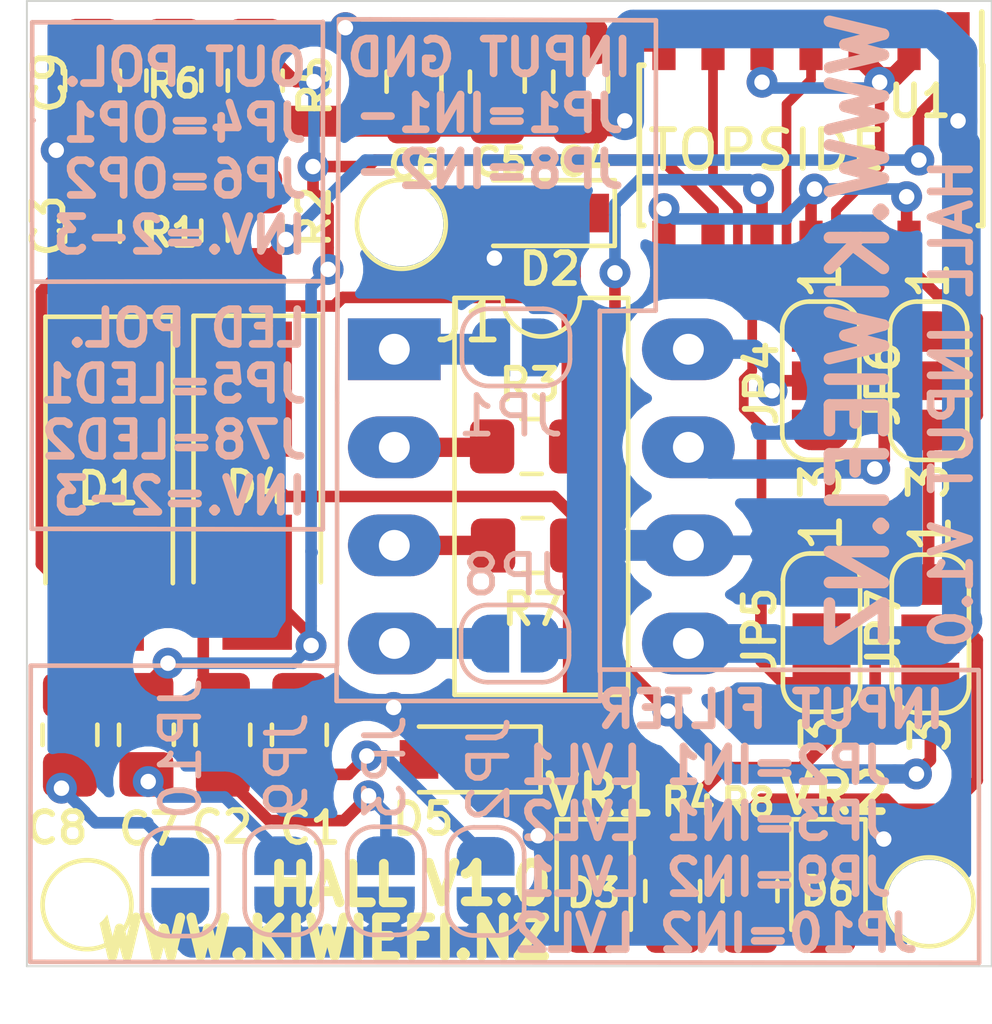
<source format=kicad_pcb>
(kicad_pcb (version 20171130) (host pcbnew "(5.1.0)-1")

  (general
    (thickness 1.6)
    (drawings 39)
    (tracks 330)
    (zones 0)
    (modules 38)
    (nets 27)
  )

  (page A4)
  (layers
    (0 F.Cu signal)
    (31 B.Cu signal)
    (32 B.Adhes user)
    (33 F.Adhes user)
    (34 B.Paste user hide)
    (35 F.Paste user hide)
    (36 B.SilkS user)
    (37 F.SilkS user)
    (38 B.Mask user)
    (39 F.Mask user)
    (40 Dwgs.User user hide)
    (41 Cmts.User user hide)
    (42 Eco1.User user hide)
    (43 Eco2.User user hide)
    (44 Edge.Cuts user)
    (45 Margin user hide)
    (46 B.CrtYd user)
    (47 F.CrtYd user)
    (48 B.Fab user hide)
    (49 F.Fab user hide)
  )

  (setup
    (last_trace_width 0.5)
    (user_trace_width 0.3)
    (user_trace_width 0.5)
    (user_trace_width 0.8)
    (user_trace_width 1)
    (trace_clearance 0.2)
    (zone_clearance 0.508)
    (zone_45_only no)
    (trace_min 0.2)
    (via_size 0.8)
    (via_drill 0.4)
    (via_min_size 0.4)
    (via_min_drill 0.3)
    (user_via 0.8 0.4)
    (user_via 0.8 0.4)
    (user_via 1 0.5)
    (user_via 1.2 0.6)
    (uvia_size 0.3)
    (uvia_drill 0.1)
    (uvias_allowed no)
    (uvia_min_size 0.2)
    (uvia_min_drill 0.1)
    (edge_width 0.05)
    (segment_width 0.2)
    (pcb_text_width 0.3)
    (pcb_text_size 1.5 1.5)
    (mod_edge_width 0.12)
    (mod_text_size 1 1)
    (mod_text_width 0.15)
    (pad_size 1.524 1.524)
    (pad_drill 0.762)
    (pad_to_mask_clearance 0.051)
    (solder_mask_min_width 0.25)
    (aux_axis_origin 0 0)
    (visible_elements 7FFFFFFF)
    (pcbplotparams
      (layerselection 0x0d0fc_ffffffff)
      (usegerberextensions false)
      (usegerberattributes false)
      (usegerberadvancedattributes false)
      (creategerberjobfile false)
      (excludeedgelayer true)
      (linewidth 0.100000)
      (plotframeref false)
      (viasonmask false)
      (mode 1)
      (useauxorigin false)
      (hpglpennumber 1)
      (hpglpenspeed 20)
      (hpglpendiameter 15.000000)
      (psnegative false)
      (psa4output false)
      (plotreference true)
      (plotvalue false)
      (plotinvisibletext false)
      (padsonsilk true)
      (subtractmaskfromsilk false)
      (outputformat 1)
      (mirror false)
      (drillshape 0)
      (scaleselection 1)
      (outputdirectory "./GERBERS2B"))
  )

  (net 0 "")
  (net 1 0V)
  (net 2 VR2+)
  (net 3 5V)
  (net 4 VR1+)
  (net 5 OP1)
  (net 6 OP2)
  (net 7 VR1-)
  (net 8 "Net-(C1-Pad1)")
  (net 9 VR2-)
  (net 10 "Net-(C7-Pad1)")
  (net 11 "Net-(JP5-Pad3)")
  (net 12 "Net-(JP6-Pad1)")
  (net 13 "Net-(D1-Pad1)")
  (net 14 "Net-(D3-Pad2)")
  (net 15 "Net-(D4-Pad1)")
  (net 16 "Net-(D6-Pad2)")
  (net 17 "Net-(JP6-Pad3)")
  (net 18 "Net-(JP7-Pad2)")
  (net 19 "Net-(JP7-Pad3)")
  (net 20 "Net-(C1-Pad2)")
  (net 21 "Net-(C8-Pad2)")
  (net 22 "Net-(C2-Pad2)")
  (net 23 "Net-(C7-Pad2)")
  (net 24 "Net-(JP4-Pad3)")
  (net 25 "Net-(JP4-Pad1)")
  (net 26 "Net-(JP5-Pad2)")

  (net_class Default "This is the default net class."
    (clearance 0.2)
    (trace_width 0.25)
    (via_dia 0.8)
    (via_drill 0.4)
    (uvia_dia 0.3)
    (uvia_drill 0.1)
    (add_net 0V)
    (add_net 5V)
    (add_net "Net-(C1-Pad1)")
    (add_net "Net-(C1-Pad2)")
    (add_net "Net-(C2-Pad2)")
    (add_net "Net-(C7-Pad1)")
    (add_net "Net-(C7-Pad2)")
    (add_net "Net-(C8-Pad2)")
    (add_net "Net-(D1-Pad1)")
    (add_net "Net-(D3-Pad2)")
    (add_net "Net-(D4-Pad1)")
    (add_net "Net-(D6-Pad2)")
    (add_net "Net-(JP4-Pad1)")
    (add_net "Net-(JP4-Pad3)")
    (add_net "Net-(JP5-Pad2)")
    (add_net "Net-(JP5-Pad3)")
    (add_net "Net-(JP6-Pad1)")
    (add_net "Net-(JP6-Pad3)")
    (add_net "Net-(JP7-Pad2)")
    (add_net "Net-(JP7-Pad3)")
    (add_net OP1)
    (add_net OP2)
    (add_net VR1+)
    (add_net VR1-)
    (add_net VR2+)
    (add_net VR2-)
  )

  (module NeilsShields:ToolingHole (layer F.Cu) (tedit 6060FF02) (tstamp 6061A53F)
    (at 120.70334 80.7847)
    (descr "solder Pin_ diameter 1.0mm, hole diameter 1.0mm (press fit), length 10.0mm")
    (tags "solder Pin_ press fit")
    (path /60661F50)
    (fp_text reference J4 (at 1.97612 -0.09906) (layer F.SilkS) hide
      (effects (font (size 1 1) (thickness 0.15)))
    )
    (fp_text value ToolingHole (at 0 -2.05) (layer F.Fab)
      (effects (font (size 1 1) (thickness 0.15)))
    )
    (fp_circle (center 0 0.000999) (end 1.15 0.05) (layer F.SilkS) (width 0.12))
    (fp_circle (center 0 0) (end 1.15 0.1) (layer F.Fab) (width 0.12))
    (fp_circle (center 0 0) (end 0.5 0) (layer F.Fab) (width 0.12))
    (fp_circle (center 0 0) (end 1.5 0) (layer F.CrtYd) (width 0.05))
    (fp_text user %R (at 0 2.25) (layer F.Fab)
      (effects (font (size 1 1) (thickness 0.15)))
    )
    (pad "" np_thru_hole circle (at 0 0) (size 1.152 1.152) (drill 1.152) (layers *.Cu *.Mask)
      (solder_mask_margin 0.3) (clearance 0.5) (zone_connect 0))
    (model ${KISYS3DMOD}/Connector_Pin.3dshapes/Pin_D1.0mm_L10.0mm.wrl
      (at (xyz 0 0 0))
      (scale (xyz 1 1 1))
      (rotate (xyz 0 0 0))
    )
  )

  (module NeilsShields:ToolingHole (layer F.Cu) (tedit 6060FF02) (tstamp 6061A535)
    (at 112.55756 98.40468)
    (descr "solder Pin_ diameter 1.0mm, hole diameter 1.0mm (press fit), length 10.0mm")
    (tags "solder Pin_ press fit")
    (path /606639F3)
    (fp_text reference J3 (at -0.1143 -1.73482) (layer F.SilkS) hide
      (effects (font (size 1 1) (thickness 0.15)))
    )
    (fp_text value ToolingHole (at 0 -2.05) (layer F.Fab)
      (effects (font (size 1 1) (thickness 0.15)))
    )
    (fp_circle (center 0 0.000999) (end 1.15 0.05) (layer F.SilkS) (width 0.12))
    (fp_circle (center 0 0) (end 1.15 0.1) (layer F.Fab) (width 0.12))
    (fp_circle (center 0 0) (end 0.5 0) (layer F.Fab) (width 0.12))
    (fp_circle (center 0 0) (end 1.5 0) (layer F.CrtYd) (width 0.05))
    (fp_text user %R (at 0 2.25) (layer F.Fab)
      (effects (font (size 1 1) (thickness 0.15)))
    )
    (pad "" np_thru_hole circle (at 0 0) (size 1.152 1.152) (drill 1.152) (layers *.Cu *.Mask)
      (solder_mask_margin 0.3) (clearance 0.5) (zone_connect 0))
    (model ${KISYS3DMOD}/Connector_Pin.3dshapes/Pin_D1.0mm_L10.0mm.wrl
      (at (xyz 0 0 0))
      (scale (xyz 1 1 1))
      (rotate (xyz 0 0 0))
    )
  )

  (module NeilsShields:ToolingHole (layer F.Cu) (tedit 6060FF02) (tstamp 6061A52B)
    (at 134.37616 98.33102)
    (descr "solder Pin_ diameter 1.0mm, hole diameter 1.0mm (press fit), length 10.0mm")
    (tags "solder Pin_ press fit")
    (path /6065F04B)
    (fp_text reference J2 (at 0.64262 -1.40716) (layer F.SilkS) hide
      (effects (font (size 1 1) (thickness 0.15)))
    )
    (fp_text value ToolingHole (at 0 -2.05) (layer F.Fab)
      (effects (font (size 1 1) (thickness 0.15)))
    )
    (fp_circle (center 0 0.000999) (end 1.15 0.05) (layer F.SilkS) (width 0.12))
    (fp_circle (center 0 0) (end 1.15 0.1) (layer F.Fab) (width 0.12))
    (fp_circle (center 0 0) (end 0.5 0) (layer F.Fab) (width 0.12))
    (fp_circle (center 0 0) (end 1.5 0) (layer F.CrtYd) (width 0.05))
    (fp_text user %R (at 0 2.25) (layer F.Fab)
      (effects (font (size 1 1) (thickness 0.15)))
    )
    (pad "" np_thru_hole circle (at 0 0) (size 1.152 1.152) (drill 1.152) (layers *.Cu *.Mask)
      (solder_mask_margin 0.3) (clearance 0.5) (zone_connect 0))
    (model ${KISYS3DMOD}/Connector_Pin.3dshapes/Pin_D1.0mm_L10.0mm.wrl
      (at (xyz 0 0 0))
      (scale (xyz 1 1 1))
      (rotate (xyz 0 0 0))
    )
  )

  (module Jumper:SolderJumper-2_P1.3mm_Open_RoundedPad1.0x1.5mm (layer B.Cu) (tedit 5B391E66) (tstamp 605E8BBE)
    (at 117.64264 97.78746 90)
    (descr "SMD Solder Jumper, 1x1.5mm, rounded Pads, 0.3mm gap, open")
    (tags "solder jumper open")
    (path /605F1238)
    (attr virtual)
    (fp_text reference JP9 (at 3.00228 0.09144 90) (layer B.SilkS)
      (effects (font (size 1 1) (thickness 0.15)) (justify mirror))
    )
    (fp_text value "IN2 4N7" (at 0 -1.9 90) (layer B.Fab)
      (effects (font (size 1 1) (thickness 0.15)) (justify mirror))
    )
    (fp_line (start 1.65 -1.25) (end -1.65 -1.25) (layer B.CrtYd) (width 0.05))
    (fp_line (start 1.65 -1.25) (end 1.65 1.25) (layer B.CrtYd) (width 0.05))
    (fp_line (start -1.65 1.25) (end -1.65 -1.25) (layer B.CrtYd) (width 0.05))
    (fp_line (start -1.65 1.25) (end 1.65 1.25) (layer B.CrtYd) (width 0.05))
    (fp_line (start -0.7 1) (end 0.7 1) (layer B.SilkS) (width 0.12))
    (fp_line (start 1.4 0.3) (end 1.4 -0.3) (layer B.SilkS) (width 0.12))
    (fp_line (start 0.7 -1) (end -0.7 -1) (layer B.SilkS) (width 0.12))
    (fp_line (start -1.4 -0.3) (end -1.4 0.3) (layer B.SilkS) (width 0.12))
    (fp_arc (start -0.7 0.3) (end -0.7 1) (angle 90) (layer B.SilkS) (width 0.12))
    (fp_arc (start -0.7 -0.3) (end -1.4 -0.3) (angle 90) (layer B.SilkS) (width 0.12))
    (fp_arc (start 0.7 -0.3) (end 0.7 -1) (angle 90) (layer B.SilkS) (width 0.12))
    (fp_arc (start 0.7 0.3) (end 1.4 0.3) (angle 90) (layer B.SilkS) (width 0.12))
    (pad 2 smd custom (at 0.65 0 90) (size 1 0.5) (layers B.Cu B.Mask)
      (net 23 "Net-(C7-Pad2)") (zone_connect 2)
      (options (clearance outline) (anchor rect))
      (primitives
        (gr_circle (center 0 -0.25) (end 0.5 -0.25) (width 0))
        (gr_circle (center 0 0.25) (end 0.5 0.25) (width 0))
        (gr_poly (pts
           (xy 0 0.75) (xy -0.5 0.75) (xy -0.5 -0.75) (xy 0 -0.75)) (width 0))
      ))
    (pad 1 smd custom (at -0.65 0 90) (size 1 0.5) (layers B.Cu B.Mask)
      (net 1 0V) (zone_connect 2)
      (options (clearance outline) (anchor rect))
      (primitives
        (gr_circle (center 0 -0.25) (end 0.5 -0.25) (width 0))
        (gr_circle (center 0 0.25) (end 0.5 0.25) (width 0))
        (gr_poly (pts
           (xy 0 0.75) (xy 0.5 0.75) (xy 0.5 -0.75) (xy 0 -0.75)) (width 0))
      ))
  )

  (module Jumper:SolderJumper-2_P1.3mm_Open_RoundedPad1.0x1.5mm (layer B.Cu) (tedit 5B391E66) (tstamp 605E8BAC)
    (at 122.8852 97.8027 90)
    (descr "SMD Solder Jumper, 1x1.5mm, rounded Pads, 0.3mm gap, open")
    (tags "solder jumper open")
    (path /605E9925)
    (attr virtual)
    (fp_text reference JP2 (at 2.8956 0.0889 90) (layer B.SilkS)
      (effects (font (size 1 1) (thickness 0.15)) (justify mirror))
    )
    (fp_text value "IN1 4N7" (at 0 -1.9 90) (layer B.Fab)
      (effects (font (size 1 1) (thickness 0.15)) (justify mirror))
    )
    (fp_line (start 1.65 -1.25) (end -1.65 -1.25) (layer B.CrtYd) (width 0.05))
    (fp_line (start 1.65 -1.25) (end 1.65 1.25) (layer B.CrtYd) (width 0.05))
    (fp_line (start -1.65 1.25) (end -1.65 -1.25) (layer B.CrtYd) (width 0.05))
    (fp_line (start -1.65 1.25) (end 1.65 1.25) (layer B.CrtYd) (width 0.05))
    (fp_line (start -0.7 1) (end 0.7 1) (layer B.SilkS) (width 0.12))
    (fp_line (start 1.4 0.3) (end 1.4 -0.3) (layer B.SilkS) (width 0.12))
    (fp_line (start 0.7 -1) (end -0.7 -1) (layer B.SilkS) (width 0.12))
    (fp_line (start -1.4 -0.3) (end -1.4 0.3) (layer B.SilkS) (width 0.12))
    (fp_arc (start -0.7 0.3) (end -0.7 1) (angle 90) (layer B.SilkS) (width 0.12))
    (fp_arc (start -0.7 -0.3) (end -1.4 -0.3) (angle 90) (layer B.SilkS) (width 0.12))
    (fp_arc (start 0.7 -0.3) (end 0.7 -1) (angle 90) (layer B.SilkS) (width 0.12))
    (fp_arc (start 0.7 0.3) (end 1.4 0.3) (angle 90) (layer B.SilkS) (width 0.12))
    (pad 2 smd custom (at 0.65 0 90) (size 1 0.5) (layers B.Cu B.Mask)
      (net 20 "Net-(C1-Pad2)") (zone_connect 2)
      (options (clearance outline) (anchor rect))
      (primitives
        (gr_circle (center 0 -0.25) (end 0.5 -0.25) (width 0))
        (gr_circle (center 0 0.25) (end 0.5 0.25) (width 0))
        (gr_poly (pts
           (xy 0 0.75) (xy -0.5 0.75) (xy -0.5 -0.75) (xy 0 -0.75)) (width 0))
      ))
    (pad 1 smd custom (at -0.65 0 90) (size 1 0.5) (layers B.Cu B.Mask)
      (net 1 0V) (zone_connect 2)
      (options (clearance outline) (anchor rect))
      (primitives
        (gr_circle (center 0 -0.25) (end 0.5 -0.25) (width 0))
        (gr_circle (center 0 0.25) (end 0.5 0.25) (width 0))
        (gr_poly (pts
           (xy 0 0.75) (xy 0.5 0.75) (xy 0.5 -0.75) (xy 0 -0.75)) (width 0))
      ))
  )

  (module Capacitor_SMD:C_0805_2012Metric_Pad1.15x1.40mm_HandSolder (layer F.Cu) (tedit 5B36C52B) (tstamp 6061B29A)
    (at 114.0968 94.0054 270)
    (descr "Capacitor SMD 0805 (2012 Metric), square (rectangular) end terminal, IPC_7351 nominal with elongated pad for handsoldering. (Body size source: https://docs.google.com/spreadsheets/d/1BsfQQcO9C6DZCsRaXUlFlo91Tg2WpOkGARC1WS5S8t0/edit?usp=sharing), generated with kicad-footprint-generator")
    (tags "capacitor handsolder")
    (path /605F122E)
    (attr smd)
    (fp_text reference C7 (at 2.4384 -0.0762) (layer F.SilkS)
      (effects (font (size 0.8 0.8) (thickness 0.15)))
    )
    (fp_text value "4N7 50V" (at 0 1.65 270) (layer F.Fab)
      (effects (font (size 1 1) (thickness 0.15)))
    )
    (fp_text user %R (at 0 0 270) (layer F.Fab)
      (effects (font (size 0.5 0.5) (thickness 0.08)))
    )
    (fp_line (start 1.85 0.95) (end -1.85 0.95) (layer F.CrtYd) (width 0.05))
    (fp_line (start 1.85 -0.95) (end 1.85 0.95) (layer F.CrtYd) (width 0.05))
    (fp_line (start -1.85 -0.95) (end 1.85 -0.95) (layer F.CrtYd) (width 0.05))
    (fp_line (start -1.85 0.95) (end -1.85 -0.95) (layer F.CrtYd) (width 0.05))
    (fp_line (start -0.261252 0.71) (end 0.261252 0.71) (layer F.SilkS) (width 0.12))
    (fp_line (start -0.261252 -0.71) (end 0.261252 -0.71) (layer F.SilkS) (width 0.12))
    (fp_line (start 1 0.6) (end -1 0.6) (layer F.Fab) (width 0.1))
    (fp_line (start 1 -0.6) (end 1 0.6) (layer F.Fab) (width 0.1))
    (fp_line (start -1 -0.6) (end 1 -0.6) (layer F.Fab) (width 0.1))
    (fp_line (start -1 0.6) (end -1 -0.6) (layer F.Fab) (width 0.1))
    (pad 2 smd roundrect (at 1.025 0 270) (size 1.15 1.4) (layers F.Cu F.Paste F.Mask) (roundrect_rratio 0.217391)
      (net 23 "Net-(C7-Pad2)"))
    (pad 1 smd roundrect (at -1.025 0 270) (size 1.15 1.4) (layers F.Cu F.Paste F.Mask) (roundrect_rratio 0.217391)
      (net 10 "Net-(C7-Pad1)"))
    (model ${KISYS3DMOD}/Capacitor_SMD.3dshapes/C_0805_2012Metric.wrl
      (at (xyz 0 0 0))
      (scale (xyz 1 1 1))
      (rotate (xyz 0 0 0))
    )
  )

  (module Capacitor_SMD:C_0805_2012Metric_Pad1.15x1.40mm_HandSolder (layer F.Cu) (tedit 5B36C52B) (tstamp 605E892B)
    (at 118.0592 94.0054 270)
    (descr "Capacitor SMD 0805 (2012 Metric), square (rectangular) end terminal, IPC_7351 nominal with elongated pad for handsoldering. (Body size source: https://docs.google.com/spreadsheets/d/1BsfQQcO9C6DZCsRaXUlFlo91Tg2WpOkGARC1WS5S8t0/edit?usp=sharing), generated with kicad-footprint-generator")
    (tags "capacitor handsolder")
    (path /605E991B)
    (attr smd)
    (fp_text reference C1 (at 2.413 -0.2794) (layer F.SilkS)
      (effects (font (size 0.8 0.8) (thickness 0.15)))
    )
    (fp_text value "4N7 50V" (at 0 1.65 270) (layer F.Fab)
      (effects (font (size 1 1) (thickness 0.15)))
    )
    (fp_text user %R (at 0 0 270) (layer F.Fab)
      (effects (font (size 0.5 0.5) (thickness 0.08)))
    )
    (fp_line (start 1.85 0.95) (end -1.85 0.95) (layer F.CrtYd) (width 0.05))
    (fp_line (start 1.85 -0.95) (end 1.85 0.95) (layer F.CrtYd) (width 0.05))
    (fp_line (start -1.85 -0.95) (end 1.85 -0.95) (layer F.CrtYd) (width 0.05))
    (fp_line (start -1.85 0.95) (end -1.85 -0.95) (layer F.CrtYd) (width 0.05))
    (fp_line (start -0.261252 0.71) (end 0.261252 0.71) (layer F.SilkS) (width 0.12))
    (fp_line (start -0.261252 -0.71) (end 0.261252 -0.71) (layer F.SilkS) (width 0.12))
    (fp_line (start 1 0.6) (end -1 0.6) (layer F.Fab) (width 0.1))
    (fp_line (start 1 -0.6) (end 1 0.6) (layer F.Fab) (width 0.1))
    (fp_line (start -1 -0.6) (end 1 -0.6) (layer F.Fab) (width 0.1))
    (fp_line (start -1 0.6) (end -1 -0.6) (layer F.Fab) (width 0.1))
    (pad 2 smd roundrect (at 1.025 0 270) (size 1.15 1.4) (layers F.Cu F.Paste F.Mask) (roundrect_rratio 0.217391)
      (net 20 "Net-(C1-Pad2)"))
    (pad 1 smd roundrect (at -1.025 0 270) (size 1.15 1.4) (layers F.Cu F.Paste F.Mask) (roundrect_rratio 0.217391)
      (net 8 "Net-(C1-Pad1)"))
    (model ${KISYS3DMOD}/Capacitor_SMD.3dshapes/C_0805_2012Metric.wrl
      (at (xyz 0 0 0))
      (scale (xyz 1 1 1))
      (rotate (xyz 0 0 0))
    )
  )

  (module Resistor_SMD:R_0805_2012Metric_Pad1.15x1.40mm_HandSolder (layer F.Cu) (tedit 5B36C52B) (tstamp 604D5455)
    (at 116.9162 77.0636 90)
    (descr "Resistor SMD 0805 (2012 Metric), square (rectangular) end terminal, IPC_7351 nominal with elongated pad for handsoldering. (Body size source: https://docs.google.com/spreadsheets/d/1BsfQQcO9C6DZCsRaXUlFlo91Tg2WpOkGARC1WS5S8t0/edit?usp=sharing), generated with kicad-footprint-generator")
    (tags "resistor handsolder")
    (path /5FDC308F)
    (attr smd)
    (fp_text reference R5 (at -0.127 1.5494 90) (layer F.SilkS)
      (effects (font (size 0.8 0.8) (thickness 0.15)))
    )
    (fp_text value 1K (at 0 1.65 90) (layer F.Fab)
      (effects (font (size 1 1) (thickness 0.15)))
    )
    (fp_text user %R (at 0 0 90) (layer F.Fab)
      (effects (font (size 0.5 0.5) (thickness 0.08)))
    )
    (fp_line (start 1.85 0.95) (end -1.85 0.95) (layer F.CrtYd) (width 0.05))
    (fp_line (start 1.85 -0.95) (end 1.85 0.95) (layer F.CrtYd) (width 0.05))
    (fp_line (start -1.85 -0.95) (end 1.85 -0.95) (layer F.CrtYd) (width 0.05))
    (fp_line (start -1.85 0.95) (end -1.85 -0.95) (layer F.CrtYd) (width 0.05))
    (fp_line (start -0.261252 0.71) (end 0.261252 0.71) (layer F.SilkS) (width 0.12))
    (fp_line (start -0.261252 -0.71) (end 0.261252 -0.71) (layer F.SilkS) (width 0.12))
    (fp_line (start 1 0.6) (end -1 0.6) (layer F.Fab) (width 0.1))
    (fp_line (start 1 -0.6) (end 1 0.6) (layer F.Fab) (width 0.1))
    (fp_line (start -1 -0.6) (end 1 -0.6) (layer F.Fab) (width 0.1))
    (fp_line (start -1 0.6) (end -1 -0.6) (layer F.Fab) (width 0.1))
    (pad 2 smd roundrect (at 1.025 0 90) (size 1.15 1.4) (layers F.Cu F.Paste F.Mask) (roundrect_rratio 0.217391)
      (net 10 "Net-(C7-Pad1)"))
    (pad 1 smd roundrect (at -1.025 0 90) (size 1.15 1.4) (layers F.Cu F.Paste F.Mask) (roundrect_rratio 0.217391)
      (net 3 5V))
    (model ${KISYS3DMOD}/Resistor_SMD.3dshapes/R_0805_2012Metric.wrl
      (at (xyz 0 0 0))
      (scale (xyz 1 1 1))
      (rotate (xyz 0 0 0))
    )
  )

  (module Resistor_SMD:R_0805_2012Metric_Pad1.15x1.40mm_HandSolder (layer F.Cu) (tedit 5B36C52B) (tstamp 604D5444)
    (at 124.1044 89.1032 180)
    (descr "Resistor SMD 0805 (2012 Metric), square (rectangular) end terminal, IPC_7351 nominal with elongated pad for handsoldering. (Body size source: https://docs.google.com/spreadsheets/d/1BsfQQcO9C6DZCsRaXUlFlo91Tg2WpOkGARC1WS5S8t0/edit?usp=sharing), generated with kicad-footprint-generator")
    (tags "resistor handsolder")
    (path /5FE6681B)
    (attr smd)
    (fp_text reference R7 (at 0 -1.65 180) (layer F.SilkS)
      (effects (font (size 0.8 0.8) (thickness 0.15)))
    )
    (fp_text value 220 (at 0 1.65 180) (layer F.Fab)
      (effects (font (size 1 1) (thickness 0.15)))
    )
    (fp_text user %R (at 0 0 180) (layer F.Fab)
      (effects (font (size 0.5 0.5) (thickness 0.08)))
    )
    (fp_line (start 1.85 0.95) (end -1.85 0.95) (layer F.CrtYd) (width 0.05))
    (fp_line (start 1.85 -0.95) (end 1.85 0.95) (layer F.CrtYd) (width 0.05))
    (fp_line (start -1.85 -0.95) (end 1.85 -0.95) (layer F.CrtYd) (width 0.05))
    (fp_line (start -1.85 0.95) (end -1.85 -0.95) (layer F.CrtYd) (width 0.05))
    (fp_line (start -0.261252 0.71) (end 0.261252 0.71) (layer F.SilkS) (width 0.12))
    (fp_line (start -0.261252 -0.71) (end 0.261252 -0.71) (layer F.SilkS) (width 0.12))
    (fp_line (start 1 0.6) (end -1 0.6) (layer F.Fab) (width 0.1))
    (fp_line (start 1 -0.6) (end 1 0.6) (layer F.Fab) (width 0.1))
    (fp_line (start -1 -0.6) (end 1 -0.6) (layer F.Fab) (width 0.1))
    (fp_line (start -1 0.6) (end -1 -0.6) (layer F.Fab) (width 0.1))
    (pad 2 smd roundrect (at 1.025 0 180) (size 1.15 1.4) (layers F.Cu F.Paste F.Mask) (roundrect_rratio 0.217391)
      (net 2 VR2+))
    (pad 1 smd roundrect (at -1.025 0 180) (size 1.15 1.4) (layers F.Cu F.Paste F.Mask) (roundrect_rratio 0.217391)
      (net 15 "Net-(D4-Pad1)"))
    (model ${KISYS3DMOD}/Resistor_SMD.3dshapes/R_0805_2012Metric.wrl
      (at (xyz 0 0 0))
      (scale (xyz 1 1 1))
      (rotate (xyz 0 0 0))
    )
  )

  (module Resistor_SMD:R_0805_2012Metric_Pad1.15x1.40mm_HandSolder (layer F.Cu) (tedit 5B36C52B) (tstamp 604D5413)
    (at 114.808 77.0636 90)
    (descr "Resistor SMD 0805 (2012 Metric), square (rectangular) end terminal, IPC_7351 nominal with elongated pad for handsoldering. (Body size source: https://docs.google.com/spreadsheets/d/1BsfQQcO9C6DZCsRaXUlFlo91Tg2WpOkGARC1WS5S8t0/edit?usp=sharing), generated with kicad-footprint-generator")
    (tags "resistor handsolder")
    (path /604DCEF4)
    (attr smd)
    (fp_text reference R6 (at -0.0762 0 180) (layer F.SilkS)
      (effects (font (size 0.7 0.7) (thickness 0.15)))
    )
    (fp_text value 1K (at 0 1.65 90) (layer F.Fab)
      (effects (font (size 1 1) (thickness 0.15)))
    )
    (fp_text user %R (at 0 0 90) (layer F.Fab)
      (effects (font (size 0.5 0.5) (thickness 0.08)))
    )
    (fp_line (start 1.85 0.95) (end -1.85 0.95) (layer F.CrtYd) (width 0.05))
    (fp_line (start 1.85 -0.95) (end 1.85 0.95) (layer F.CrtYd) (width 0.05))
    (fp_line (start -1.85 -0.95) (end 1.85 -0.95) (layer F.CrtYd) (width 0.05))
    (fp_line (start -1.85 0.95) (end -1.85 -0.95) (layer F.CrtYd) (width 0.05))
    (fp_line (start -0.261252 0.71) (end 0.261252 0.71) (layer F.SilkS) (width 0.12))
    (fp_line (start -0.261252 -0.71) (end 0.261252 -0.71) (layer F.SilkS) (width 0.12))
    (fp_line (start 1 0.6) (end -1 0.6) (layer F.Fab) (width 0.1))
    (fp_line (start 1 -0.6) (end 1 0.6) (layer F.Fab) (width 0.1))
    (fp_line (start -1 -0.6) (end 1 -0.6) (layer F.Fab) (width 0.1))
    (fp_line (start -1 0.6) (end -1 -0.6) (layer F.Fab) (width 0.1))
    (pad 2 smd roundrect (at 1.025 0 90) (size 1.15 1.4) (layers F.Cu F.Paste F.Mask) (roundrect_rratio 0.217391)
      (net 10 "Net-(C7-Pad1)"))
    (pad 1 smd roundrect (at -1.025 0 90) (size 1.15 1.4) (layers F.Cu F.Paste F.Mask) (roundrect_rratio 0.217391)
      (net 3 5V))
    (model ${KISYS3DMOD}/Resistor_SMD.3dshapes/R_0805_2012Metric.wrl
      (at (xyz 0 0 0))
      (scale (xyz 1 1 1))
      (rotate (xyz 0 0 0))
    )
  )

  (module Resistor_SMD:R_0805_2012Metric_Pad1.15x1.40mm_HandSolder (layer F.Cu) (tedit 5B36C52B) (tstamp 604D5402)
    (at 116.9162 80.9498 270)
    (descr "Resistor SMD 0805 (2012 Metric), square (rectangular) end terminal, IPC_7351 nominal with elongated pad for handsoldering. (Body size source: https://docs.google.com/spreadsheets/d/1BsfQQcO9C6DZCsRaXUlFlo91Tg2WpOkGARC1WS5S8t0/edit?usp=sharing), generated with kicad-footprint-generator")
    (tags "resistor handsolder")
    (path /604DAD0D)
    (attr smd)
    (fp_text reference R2 (at -0.3556 -1.524 270) (layer F.SilkS)
      (effects (font (size 0.8 0.8) (thickness 0.15)))
    )
    (fp_text value 1K (at 0 1.65 270) (layer F.Fab)
      (effects (font (size 1 1) (thickness 0.15)))
    )
    (fp_text user %R (at 0 0 270) (layer F.Fab)
      (effects (font (size 0.5 0.5) (thickness 0.08)))
    )
    (fp_line (start 1.85 0.95) (end -1.85 0.95) (layer F.CrtYd) (width 0.05))
    (fp_line (start 1.85 -0.95) (end 1.85 0.95) (layer F.CrtYd) (width 0.05))
    (fp_line (start -1.85 -0.95) (end 1.85 -0.95) (layer F.CrtYd) (width 0.05))
    (fp_line (start -1.85 0.95) (end -1.85 -0.95) (layer F.CrtYd) (width 0.05))
    (fp_line (start -0.261252 0.71) (end 0.261252 0.71) (layer F.SilkS) (width 0.12))
    (fp_line (start -0.261252 -0.71) (end 0.261252 -0.71) (layer F.SilkS) (width 0.12))
    (fp_line (start 1 0.6) (end -1 0.6) (layer F.Fab) (width 0.1))
    (fp_line (start 1 -0.6) (end 1 0.6) (layer F.Fab) (width 0.1))
    (fp_line (start -1 -0.6) (end 1 -0.6) (layer F.Fab) (width 0.1))
    (fp_line (start -1 0.6) (end -1 -0.6) (layer F.Fab) (width 0.1))
    (pad 2 smd roundrect (at 1.025 0 270) (size 1.15 1.4) (layers F.Cu F.Paste F.Mask) (roundrect_rratio 0.217391)
      (net 8 "Net-(C1-Pad1)"))
    (pad 1 smd roundrect (at -1.025 0 270) (size 1.15 1.4) (layers F.Cu F.Paste F.Mask) (roundrect_rratio 0.217391)
      (net 3 5V))
    (model ${KISYS3DMOD}/Resistor_SMD.3dshapes/R_0805_2012Metric.wrl
      (at (xyz 0 0 0))
      (scale (xyz 1 1 1))
      (rotate (xyz 0 0 0))
    )
  )

  (module Resistor_SMD:R_0805_2012Metric_Pad1.15x1.40mm_HandSolder (layer F.Cu) (tedit 5B36C52B) (tstamp 604D53F1)
    (at 114.808 80.9498 270)
    (descr "Resistor SMD 0805 (2012 Metric), square (rectangular) end terminal, IPC_7351 nominal with elongated pad for handsoldering. (Body size source: https://docs.google.com/spreadsheets/d/1BsfQQcO9C6DZCsRaXUlFlo91Tg2WpOkGARC1WS5S8t0/edit?usp=sharing), generated with kicad-footprint-generator")
    (tags "resistor handsolder")
    (path /5FE5BFAB)
    (attr smd)
    (fp_text reference R1 (at 0.0508 0.0762) (layer F.SilkS)
      (effects (font (size 0.7 0.7) (thickness 0.15)))
    )
    (fp_text value 1K (at 0 1.65 270) (layer F.Fab)
      (effects (font (size 1 1) (thickness 0.15)))
    )
    (fp_text user %R (at 0 0 270) (layer F.Fab)
      (effects (font (size 0.5 0.5) (thickness 0.08)))
    )
    (fp_line (start 1.85 0.95) (end -1.85 0.95) (layer F.CrtYd) (width 0.05))
    (fp_line (start 1.85 -0.95) (end 1.85 0.95) (layer F.CrtYd) (width 0.05))
    (fp_line (start -1.85 -0.95) (end 1.85 -0.95) (layer F.CrtYd) (width 0.05))
    (fp_line (start -1.85 0.95) (end -1.85 -0.95) (layer F.CrtYd) (width 0.05))
    (fp_line (start -0.261252 0.71) (end 0.261252 0.71) (layer F.SilkS) (width 0.12))
    (fp_line (start -0.261252 -0.71) (end 0.261252 -0.71) (layer F.SilkS) (width 0.12))
    (fp_line (start 1 0.6) (end -1 0.6) (layer F.Fab) (width 0.1))
    (fp_line (start 1 -0.6) (end 1 0.6) (layer F.Fab) (width 0.1))
    (fp_line (start -1 -0.6) (end 1 -0.6) (layer F.Fab) (width 0.1))
    (fp_line (start -1 0.6) (end -1 -0.6) (layer F.Fab) (width 0.1))
    (pad 2 smd roundrect (at 1.025 0 270) (size 1.15 1.4) (layers F.Cu F.Paste F.Mask) (roundrect_rratio 0.217391)
      (net 8 "Net-(C1-Pad1)"))
    (pad 1 smd roundrect (at -1.025 0 270) (size 1.15 1.4) (layers F.Cu F.Paste F.Mask) (roundrect_rratio 0.217391)
      (net 3 5V))
    (model ${KISYS3DMOD}/Resistor_SMD.3dshapes/R_0805_2012Metric.wrl
      (at (xyz 0 0 0))
      (scale (xyz 1 1 1))
      (rotate (xyz 0 0 0))
    )
  )

  (module Resistor_SMD:R_0805_2012Metric_Pad1.15x1.40mm_HandSolder (layer F.Cu) (tedit 5B36C52B) (tstamp 604D53E0)
    (at 124.079 86.5378 180)
    (descr "Resistor SMD 0805 (2012 Metric), square (rectangular) end terminal, IPC_7351 nominal with elongated pad for handsoldering. (Body size source: https://docs.google.com/spreadsheets/d/1BsfQQcO9C6DZCsRaXUlFlo91Tg2WpOkGARC1WS5S8t0/edit?usp=sharing), generated with kicad-footprint-generator")
    (tags "resistor handsolder")
    (path /5FE674F5)
    (attr smd)
    (fp_text reference R3 (at 0.0508 1.6002 180) (layer F.SilkS)
      (effects (font (size 0.8 0.8) (thickness 0.15)))
    )
    (fp_text value 220 (at 0 1.65 180) (layer F.Fab)
      (effects (font (size 1 1) (thickness 0.15)))
    )
    (fp_text user %R (at 0 0 180) (layer F.Fab)
      (effects (font (size 0.5 0.5) (thickness 0.08)))
    )
    (fp_line (start 1.85 0.95) (end -1.85 0.95) (layer F.CrtYd) (width 0.05))
    (fp_line (start 1.85 -0.95) (end 1.85 0.95) (layer F.CrtYd) (width 0.05))
    (fp_line (start -1.85 -0.95) (end 1.85 -0.95) (layer F.CrtYd) (width 0.05))
    (fp_line (start -1.85 0.95) (end -1.85 -0.95) (layer F.CrtYd) (width 0.05))
    (fp_line (start -0.261252 0.71) (end 0.261252 0.71) (layer F.SilkS) (width 0.12))
    (fp_line (start -0.261252 -0.71) (end 0.261252 -0.71) (layer F.SilkS) (width 0.12))
    (fp_line (start 1 0.6) (end -1 0.6) (layer F.Fab) (width 0.1))
    (fp_line (start 1 -0.6) (end 1 0.6) (layer F.Fab) (width 0.1))
    (fp_line (start -1 -0.6) (end 1 -0.6) (layer F.Fab) (width 0.1))
    (fp_line (start -1 0.6) (end -1 -0.6) (layer F.Fab) (width 0.1))
    (pad 2 smd roundrect (at 1.025 0 180) (size 1.15 1.4) (layers F.Cu F.Paste F.Mask) (roundrect_rratio 0.217391)
      (net 4 VR1+))
    (pad 1 smd roundrect (at -1.025 0 180) (size 1.15 1.4) (layers F.Cu F.Paste F.Mask) (roundrect_rratio 0.217391)
      (net 13 "Net-(D1-Pad1)"))
    (model ${KISYS3DMOD}/Resistor_SMD.3dshapes/R_0805_2012Metric.wrl
      (at (xyz 0 0 0))
      (scale (xyz 1 1 1))
      (rotate (xyz 0 0 0))
    )
  )

  (module Jumper:SolderJumper-3_P1.3mm_Open_RoundedPad1.0x1.5mm_NumberLabels (layer F.Cu) (tedit 5B391ED1) (tstamp 5FE3ECDD)
    (at 134.41 91.39 270)
    (descr "SMD Solder 3-pad Jumper, 1x1.5mm rounded Pads, 0.3mm gap, open, labeled with numbers")
    (tags "solder jumper open")
    (path /5FE73E2B)
    (attr virtual)
    (fp_text reference JP7 (at -0.077 1.2124 270) (layer F.SilkS)
      (effects (font (size 0.8 0.8) (thickness 0.15)))
    )
    (fp_text value Jumper_3_Bridged12 (at 0 1.9 270) (layer F.Fab)
      (effects (font (size 1 1) (thickness 0.15)))
    )
    (fp_arc (start -1.35 -0.3) (end -1.35 -1) (angle -90) (layer F.SilkS) (width 0.12))
    (fp_arc (start -1.35 0.3) (end -2.05 0.3) (angle -90) (layer F.SilkS) (width 0.12))
    (fp_arc (start 1.35 0.3) (end 1.35 1) (angle -90) (layer F.SilkS) (width 0.12))
    (fp_arc (start 1.35 -0.3) (end 2.05 -0.3) (angle -90) (layer F.SilkS) (width 0.12))
    (fp_line (start 2.3 1.25) (end -2.3 1.25) (layer F.CrtYd) (width 0.05))
    (fp_line (start 2.3 1.25) (end 2.3 -1.25) (layer F.CrtYd) (width 0.05))
    (fp_line (start -2.3 -1.25) (end -2.3 1.25) (layer F.CrtYd) (width 0.05))
    (fp_line (start -2.3 -1.25) (end 2.3 -1.25) (layer F.CrtYd) (width 0.05))
    (fp_line (start -1.4 -1) (end 1.4 -1) (layer F.SilkS) (width 0.12))
    (fp_line (start 2.05 -0.3) (end 2.05 0.3) (layer F.SilkS) (width 0.12))
    (fp_line (start 1.4 1) (end -1.4 1) (layer F.SilkS) (width 0.12))
    (fp_line (start -2.05 0.3) (end -2.05 -0.3) (layer F.SilkS) (width 0.12))
    (fp_text user 1 (at -2.6 0 270) (layer F.SilkS)
      (effects (font (size 1 1) (thickness 0.15)))
    )
    (fp_text user 3 (at 2.6 0 270) (layer F.SilkS)
      (effects (font (size 1 1) (thickness 0.15)))
    )
    (pad 2 smd rect (at 0 0 270) (size 1 1.5) (layers F.Cu F.Mask)
      (net 18 "Net-(JP7-Pad2)"))
    (pad 3 smd custom (at 1.3 0 270) (size 1 0.5) (layers F.Cu F.Mask)
      (net 19 "Net-(JP7-Pad3)") (zone_connect 2)
      (options (clearance outline) (anchor rect))
      (primitives
        (gr_circle (center 0 0.25) (end 0.5 0.25) (width 0))
        (gr_circle (center 0 -0.25) (end 0.5 -0.25) (width 0))
        (gr_poly (pts
           (xy -0.55 -0.75) (xy 0 -0.75) (xy 0 0.75) (xy -0.55 0.75)) (width 0))
      ))
    (pad 1 smd custom (at -1.3 0 270) (size 1 0.5) (layers F.Cu F.Mask)
      (net 17 "Net-(JP6-Pad3)") (zone_connect 2)
      (options (clearance outline) (anchor rect))
      (primitives
        (gr_circle (center 0 0.25) (end 0.5 0.25) (width 0))
        (gr_circle (center 0 -0.25) (end 0.5 -0.25) (width 0))
        (gr_poly (pts
           (xy 0.55 -0.75) (xy 0 -0.75) (xy 0 0.75) (xy 0.55 0.75)) (width 0))
      ))
  )

  (module Jumper:SolderJumper-3_P1.3mm_Open_RoundedPad1.0x1.5mm_NumberLabels (layer F.Cu) (tedit 5B391ED1) (tstamp 5FE3ECB1)
    (at 131.59 91.36 270)
    (descr "SMD Solder 3-pad Jumper, 1x1.5mm rounded Pads, 0.3mm gap, open, labeled with numbers")
    (tags "solder jumper open")
    (path /5FE7352D)
    (attr virtual)
    (fp_text reference JP5 (at -0.0724 1.6055 270) (layer F.SilkS)
      (effects (font (size 0.8 0.8) (thickness 0.15)))
    )
    (fp_text value Jumper_3_Bridged12 (at 0 1.9 270) (layer F.Fab)
      (effects (font (size 1 1) (thickness 0.15)))
    )
    (fp_arc (start -1.35 -0.3) (end -1.35 -1) (angle -90) (layer F.SilkS) (width 0.12))
    (fp_arc (start -1.35 0.3) (end -2.05 0.3) (angle -90) (layer F.SilkS) (width 0.12))
    (fp_arc (start 1.35 0.3) (end 1.35 1) (angle -90) (layer F.SilkS) (width 0.12))
    (fp_arc (start 1.35 -0.3) (end 2.05 -0.3) (angle -90) (layer F.SilkS) (width 0.12))
    (fp_line (start 2.3 1.25) (end -2.3 1.25) (layer F.CrtYd) (width 0.05))
    (fp_line (start 2.3 1.25) (end 2.3 -1.25) (layer F.CrtYd) (width 0.05))
    (fp_line (start -2.3 -1.25) (end -2.3 1.25) (layer F.CrtYd) (width 0.05))
    (fp_line (start -2.3 -1.25) (end 2.3 -1.25) (layer F.CrtYd) (width 0.05))
    (fp_line (start -1.4 -1) (end 1.4 -1) (layer F.SilkS) (width 0.12))
    (fp_line (start 2.05 -0.3) (end 2.05 0.3) (layer F.SilkS) (width 0.12))
    (fp_line (start 1.4 1) (end -1.4 1) (layer F.SilkS) (width 0.12))
    (fp_line (start -2.05 0.3) (end -2.05 -0.3) (layer F.SilkS) (width 0.12))
    (fp_text user 1 (at -2.6 0 270) (layer F.SilkS)
      (effects (font (size 1 1) (thickness 0.15)))
    )
    (fp_text user 3 (at 2.6 0 270) (layer F.SilkS)
      (effects (font (size 1 1) (thickness 0.15)))
    )
    (pad 2 smd rect (at 0 0 270) (size 1 1.5) (layers F.Cu F.Mask)
      (net 26 "Net-(JP5-Pad2)"))
    (pad 3 smd custom (at 1.3 0 270) (size 1 0.5) (layers F.Cu F.Mask)
      (net 11 "Net-(JP5-Pad3)") (zone_connect 2)
      (options (clearance outline) (anchor rect))
      (primitives
        (gr_circle (center 0 0.25) (end 0.5 0.25) (width 0))
        (gr_circle (center 0 -0.25) (end 0.5 -0.25) (width 0))
        (gr_poly (pts
           (xy -0.55 -0.75) (xy 0 -0.75) (xy 0 0.75) (xy -0.55 0.75)) (width 0))
      ))
    (pad 1 smd custom (at -1.3 0 270) (size 1 0.5) (layers F.Cu F.Mask)
      (net 24 "Net-(JP4-Pad3)") (zone_connect 2)
      (options (clearance outline) (anchor rect))
      (primitives
        (gr_circle (center 0 0.25) (end 0.5 0.25) (width 0))
        (gr_circle (center 0 -0.25) (end 0.5 -0.25) (width 0))
        (gr_poly (pts
           (xy 0.55 -0.75) (xy 0 -0.75) (xy 0 0.75) (xy 0.55 0.75)) (width 0))
      ))
  )

  (module Jumper:SolderJumper-3_P1.3mm_Open_RoundedPad1.0x1.5mm_NumberLabels (layer F.Cu) (tedit 5B391ED1) (tstamp 5FE3ECC7)
    (at 134.366 84.836 270)
    (descr "SMD Solder 3-pad Jumper, 1x1.5mm rounded Pads, 0.3mm gap, open, labeled with numbers")
    (tags "solder jumper open")
    (path /5FE448AB)
    (attr virtual)
    (fp_text reference JP6 (at 0.0889 1.1811 270) (layer F.SilkS)
      (effects (font (size 0.8 0.8) (thickness 0.15)))
    )
    (fp_text value Jumper_3_Bridged12 (at 0 1.9 270) (layer F.Fab)
      (effects (font (size 1 1) (thickness 0.15)))
    )
    (fp_arc (start -1.35 -0.3) (end -1.35 -1) (angle -90) (layer F.SilkS) (width 0.12))
    (fp_arc (start -1.35 0.3) (end -2.05 0.3) (angle -90) (layer F.SilkS) (width 0.12))
    (fp_arc (start 1.35 0.3) (end 1.35 1) (angle -90) (layer F.SilkS) (width 0.12))
    (fp_arc (start 1.35 -0.3) (end 2.05 -0.3) (angle -90) (layer F.SilkS) (width 0.12))
    (fp_line (start 2.3 1.25) (end -2.3 1.25) (layer F.CrtYd) (width 0.05))
    (fp_line (start 2.3 1.25) (end 2.3 -1.25) (layer F.CrtYd) (width 0.05))
    (fp_line (start -2.3 -1.25) (end -2.3 1.25) (layer F.CrtYd) (width 0.05))
    (fp_line (start -2.3 -1.25) (end 2.3 -1.25) (layer F.CrtYd) (width 0.05))
    (fp_line (start -1.4 -1) (end 1.4 -1) (layer F.SilkS) (width 0.12))
    (fp_line (start 2.05 -0.3) (end 2.05 0.3) (layer F.SilkS) (width 0.12))
    (fp_line (start 1.4 1) (end -1.4 1) (layer F.SilkS) (width 0.12))
    (fp_line (start -2.05 0.3) (end -2.05 -0.3) (layer F.SilkS) (width 0.12))
    (fp_text user 1 (at -2.6 0 270) (layer F.SilkS)
      (effects (font (size 1 1) (thickness 0.15)))
    )
    (fp_text user 3 (at 2.6 0 270) (layer F.SilkS)
      (effects (font (size 1 1) (thickness 0.15)))
    )
    (pad 2 smd rect (at 0 0 270) (size 1 1.5) (layers F.Cu F.Mask)
      (net 6 OP2))
    (pad 3 smd custom (at 1.3 0 270) (size 1 0.5) (layers F.Cu F.Mask)
      (net 17 "Net-(JP6-Pad3)") (zone_connect 2)
      (options (clearance outline) (anchor rect))
      (primitives
        (gr_circle (center 0 0.25) (end 0.5 0.25) (width 0))
        (gr_circle (center 0 -0.25) (end 0.5 -0.25) (width 0))
        (gr_poly (pts
           (xy -0.55 -0.75) (xy 0 -0.75) (xy 0 0.75) (xy -0.55 0.75)) (width 0))
      ))
    (pad 1 smd custom (at -1.3 0 270) (size 1 0.5) (layers F.Cu F.Mask)
      (net 12 "Net-(JP6-Pad1)") (zone_connect 2)
      (options (clearance outline) (anchor rect))
      (primitives
        (gr_circle (center 0 0.25) (end 0.5 0.25) (width 0))
        (gr_circle (center 0 -0.25) (end 0.5 -0.25) (width 0))
        (gr_poly (pts
           (xy 0.55 -0.75) (xy 0 -0.75) (xy 0 0.75) (xy 0.55 0.75)) (width 0))
      ))
  )

  (module Jumper:SolderJumper-3_P1.3mm_Open_RoundedPad1.0x1.5mm_NumberLabels (layer F.Cu) (tedit 5B391ED1) (tstamp 5FE3EC9B)
    (at 131.572 84.836 270)
    (descr "SMD Solder 3-pad Jumper, 1x1.5mm rounded Pads, 0.3mm gap, open, labeled with numbers")
    (tags "solder jumper open")
    (path /5FE41C92)
    (attr virtual)
    (fp_text reference JP4 (at 0.0635 1.5367 270) (layer F.SilkS)
      (effects (font (size 0.8 0.8) (thickness 0.15)))
    )
    (fp_text value Jumper_3_Bridged12 (at 0 1.9 270) (layer F.Fab)
      (effects (font (size 1 1) (thickness 0.15)))
    )
    (fp_arc (start -1.35 -0.3) (end -1.35 -1) (angle -90) (layer F.SilkS) (width 0.12))
    (fp_arc (start -1.35 0.3) (end -2.05 0.3) (angle -90) (layer F.SilkS) (width 0.12))
    (fp_arc (start 1.35 0.3) (end 1.35 1) (angle -90) (layer F.SilkS) (width 0.12))
    (fp_arc (start 1.35 -0.3) (end 2.05 -0.3) (angle -90) (layer F.SilkS) (width 0.12))
    (fp_line (start 2.3 1.25) (end -2.3 1.25) (layer F.CrtYd) (width 0.05))
    (fp_line (start 2.3 1.25) (end 2.3 -1.25) (layer F.CrtYd) (width 0.05))
    (fp_line (start -2.3 -1.25) (end -2.3 1.25) (layer F.CrtYd) (width 0.05))
    (fp_line (start -2.3 -1.25) (end 2.3 -1.25) (layer F.CrtYd) (width 0.05))
    (fp_line (start -1.4 -1) (end 1.4 -1) (layer F.SilkS) (width 0.12))
    (fp_line (start 2.05 -0.3) (end 2.05 0.3) (layer F.SilkS) (width 0.12))
    (fp_line (start 1.4 1) (end -1.4 1) (layer F.SilkS) (width 0.12))
    (fp_line (start -2.05 0.3) (end -2.05 -0.3) (layer F.SilkS) (width 0.12))
    (fp_text user 1 (at -2.6 0 270) (layer F.SilkS)
      (effects (font (size 1 1) (thickness 0.15)))
    )
    (fp_text user 3 (at 2.6 0 270) (layer F.SilkS)
      (effects (font (size 1 1) (thickness 0.15)))
    )
    (pad 2 smd rect (at 0 0 270) (size 1 1.5) (layers F.Cu F.Mask)
      (net 5 OP1))
    (pad 3 smd custom (at 1.3 0 270) (size 1 0.5) (layers F.Cu F.Mask)
      (net 24 "Net-(JP4-Pad3)") (zone_connect 2)
      (options (clearance outline) (anchor rect))
      (primitives
        (gr_circle (center 0 0.25) (end 0.5 0.25) (width 0))
        (gr_circle (center 0 -0.25) (end 0.5 -0.25) (width 0))
        (gr_poly (pts
           (xy -0.55 -0.75) (xy 0 -0.75) (xy 0 0.75) (xy -0.55 0.75)) (width 0))
      ))
    (pad 1 smd custom (at -1.3 0 270) (size 1 0.5) (layers F.Cu F.Mask)
      (net 25 "Net-(JP4-Pad1)") (zone_connect 2)
      (options (clearance outline) (anchor rect))
      (primitives
        (gr_circle (center 0 0.25) (end 0.5 0.25) (width 0))
        (gr_circle (center 0 -0.25) (end 0.5 -0.25) (width 0))
        (gr_poly (pts
           (xy 0.55 -0.75) (xy 0 -0.75) (xy 0 0.75) (xy 0.55 0.75)) (width 0))
      ))
  )

  (module Jumper:SolderJumper-2_P1.3mm_Open_RoundedPad1.0x1.5mm (layer B.Cu) (tedit 5B391E66) (tstamp 604D537F)
    (at 114.97564 97.81794 90)
    (descr "SMD Solder Jumper, 1x1.5mm, rounded Pads, 0.3mm gap, open")
    (tags "solder jumper open")
    (path /5FE6AB56)
    (attr virtual)
    (fp_text reference JP10 (at 3.44932 0.01016 90) (layer B.SilkS)
      (effects (font (size 1 1) (thickness 0.15)) (justify mirror))
    )
    (fp_text value "IN2 10N" (at 0 -1.9 90) (layer B.Fab)
      (effects (font (size 1 1) (thickness 0.15)) (justify mirror))
    )
    (fp_line (start 1.65 -1.25) (end -1.65 -1.25) (layer B.CrtYd) (width 0.05))
    (fp_line (start 1.65 -1.25) (end 1.65 1.25) (layer B.CrtYd) (width 0.05))
    (fp_line (start -1.65 1.25) (end -1.65 -1.25) (layer B.CrtYd) (width 0.05))
    (fp_line (start -1.65 1.25) (end 1.65 1.25) (layer B.CrtYd) (width 0.05))
    (fp_line (start -0.7 1) (end 0.7 1) (layer B.SilkS) (width 0.12))
    (fp_line (start 1.4 0.3) (end 1.4 -0.3) (layer B.SilkS) (width 0.12))
    (fp_line (start 0.7 -1) (end -0.7 -1) (layer B.SilkS) (width 0.12))
    (fp_line (start -1.4 -0.3) (end -1.4 0.3) (layer B.SilkS) (width 0.12))
    (fp_arc (start -0.7 0.3) (end -0.7 1) (angle 90) (layer B.SilkS) (width 0.12))
    (fp_arc (start -0.7 -0.3) (end -1.4 -0.3) (angle 90) (layer B.SilkS) (width 0.12))
    (fp_arc (start 0.7 -0.3) (end 0.7 -1) (angle 90) (layer B.SilkS) (width 0.12))
    (fp_arc (start 0.7 0.3) (end 1.4 0.3) (angle 90) (layer B.SilkS) (width 0.12))
    (pad 2 smd custom (at 0.65 0 90) (size 1 0.5) (layers B.Cu B.Mask)
      (net 21 "Net-(C8-Pad2)") (zone_connect 2)
      (options (clearance outline) (anchor rect))
      (primitives
        (gr_circle (center 0 -0.25) (end 0.5 -0.25) (width 0))
        (gr_circle (center 0 0.25) (end 0.5 0.25) (width 0))
        (gr_poly (pts
           (xy 0 0.75) (xy -0.5 0.75) (xy -0.5 -0.75) (xy 0 -0.75)) (width 0))
      ))
    (pad 1 smd custom (at -0.65 0 90) (size 1 0.5) (layers B.Cu B.Mask)
      (net 1 0V) (zone_connect 2)
      (options (clearance outline) (anchor rect))
      (primitives
        (gr_circle (center 0 -0.25) (end 0.5 -0.25) (width 0))
        (gr_circle (center 0 0.25) (end 0.5 0.25) (width 0))
        (gr_poly (pts
           (xy 0 0.75) (xy 0.5 0.75) (xy 0.5 -0.75) (xy 0 -0.75)) (width 0))
      ))
  )

  (module Jumper:SolderJumper-2_P1.3mm_Open_RoundedPad1.0x1.5mm (layer B.Cu) (tedit 5B391E66) (tstamp 604D536D)
    (at 120.30202 97.78746 90)
    (descr "SMD Solder Jumper, 1x1.5mm, rounded Pads, 0.3mm gap, open")
    (tags "solder jumper open")
    (path /5FE69848)
    (attr virtual)
    (fp_text reference JP3 (at 2.93624 -0.0254 90) (layer B.SilkS)
      (effects (font (size 1 1) (thickness 0.15)) (justify mirror))
    )
    (fp_text value "IN1 10N" (at 0 -1.9 90) (layer B.Fab)
      (effects (font (size 1 1) (thickness 0.15)) (justify mirror))
    )
    (fp_line (start 1.65 -1.25) (end -1.65 -1.25) (layer B.CrtYd) (width 0.05))
    (fp_line (start 1.65 -1.25) (end 1.65 1.25) (layer B.CrtYd) (width 0.05))
    (fp_line (start -1.65 1.25) (end -1.65 -1.25) (layer B.CrtYd) (width 0.05))
    (fp_line (start -1.65 1.25) (end 1.65 1.25) (layer B.CrtYd) (width 0.05))
    (fp_line (start -0.7 1) (end 0.7 1) (layer B.SilkS) (width 0.12))
    (fp_line (start 1.4 0.3) (end 1.4 -0.3) (layer B.SilkS) (width 0.12))
    (fp_line (start 0.7 -1) (end -0.7 -1) (layer B.SilkS) (width 0.12))
    (fp_line (start -1.4 -0.3) (end -1.4 0.3) (layer B.SilkS) (width 0.12))
    (fp_arc (start -0.7 0.3) (end -0.7 1) (angle 90) (layer B.SilkS) (width 0.12))
    (fp_arc (start -0.7 -0.3) (end -1.4 -0.3) (angle 90) (layer B.SilkS) (width 0.12))
    (fp_arc (start 0.7 -0.3) (end 0.7 -1) (angle 90) (layer B.SilkS) (width 0.12))
    (fp_arc (start 0.7 0.3) (end 1.4 0.3) (angle 90) (layer B.SilkS) (width 0.12))
    (pad 2 smd custom (at 0.65 0 90) (size 1 0.5) (layers B.Cu B.Mask)
      (net 22 "Net-(C2-Pad2)") (zone_connect 2)
      (options (clearance outline) (anchor rect))
      (primitives
        (gr_circle (center 0 -0.25) (end 0.5 -0.25) (width 0))
        (gr_circle (center 0 0.25) (end 0.5 0.25) (width 0))
        (gr_poly (pts
           (xy 0 0.75) (xy -0.5 0.75) (xy -0.5 -0.75) (xy 0 -0.75)) (width 0))
      ))
    (pad 1 smd custom (at -0.65 0 90) (size 1 0.5) (layers B.Cu B.Mask)
      (net 1 0V) (zone_connect 2)
      (options (clearance outline) (anchor rect))
      (primitives
        (gr_circle (center 0 -0.25) (end 0.5 -0.25) (width 0))
        (gr_circle (center 0 0.25) (end 0.5 0.25) (width 0))
        (gr_poly (pts
           (xy 0 0.75) (xy 0.5 0.75) (xy 0.5 -0.75) (xy 0 -0.75)) (width 0))
      ))
  )

  (module Jumper:SolderJumper-2_P1.3mm_Open_RoundedPad1.0x1.5mm (layer B.Cu) (tedit 5B391E66) (tstamp 604D535B)
    (at 123.6472 91.6432)
    (descr "SMD Solder Jumper, 1x1.5mm, rounded Pads, 0.3mm gap, open")
    (tags "solder jumper open")
    (path /5FE91758)
    (attr virtual)
    (fp_text reference JP8 (at 0 -1.778) (layer B.SilkS)
      (effects (font (size 1 1) (thickness 0.15)) (justify mirror))
    )
    (fp_text value "IN2 GND" (at 0 -1.9) (layer B.Fab)
      (effects (font (size 1 1) (thickness 0.15)) (justify mirror))
    )
    (fp_line (start 1.65 -1.25) (end -1.65 -1.25) (layer B.CrtYd) (width 0.05))
    (fp_line (start 1.65 -1.25) (end 1.65 1.25) (layer B.CrtYd) (width 0.05))
    (fp_line (start -1.65 1.25) (end -1.65 -1.25) (layer B.CrtYd) (width 0.05))
    (fp_line (start -1.65 1.25) (end 1.65 1.25) (layer B.CrtYd) (width 0.05))
    (fp_line (start -0.7 1) (end 0.7 1) (layer B.SilkS) (width 0.12))
    (fp_line (start 1.4 0.3) (end 1.4 -0.3) (layer B.SilkS) (width 0.12))
    (fp_line (start 0.7 -1) (end -0.7 -1) (layer B.SilkS) (width 0.12))
    (fp_line (start -1.4 -0.3) (end -1.4 0.3) (layer B.SilkS) (width 0.12))
    (fp_arc (start -0.7 0.3) (end -0.7 1) (angle 90) (layer B.SilkS) (width 0.12))
    (fp_arc (start -0.7 -0.3) (end -1.4 -0.3) (angle 90) (layer B.SilkS) (width 0.12))
    (fp_arc (start 0.7 -0.3) (end 0.7 -1) (angle 90) (layer B.SilkS) (width 0.12))
    (fp_arc (start 0.7 0.3) (end 1.4 0.3) (angle 90) (layer B.SilkS) (width 0.12))
    (pad 2 smd custom (at 0.65 0) (size 1 0.5) (layers B.Cu B.Mask)
      (net 1 0V) (zone_connect 2)
      (options (clearance outline) (anchor rect))
      (primitives
        (gr_circle (center 0 -0.25) (end 0.5 -0.25) (width 0))
        (gr_circle (center 0 0.25) (end 0.5 0.25) (width 0))
        (gr_poly (pts
           (xy 0 0.75) (xy -0.5 0.75) (xy -0.5 -0.75) (xy 0 -0.75)) (width 0))
      ))
    (pad 1 smd custom (at -0.65 0) (size 1 0.5) (layers B.Cu B.Mask)
      (net 9 VR2-) (zone_connect 2)
      (options (clearance outline) (anchor rect))
      (primitives
        (gr_circle (center 0 -0.25) (end 0.5 -0.25) (width 0))
        (gr_circle (center 0 0.25) (end 0.5 0.25) (width 0))
        (gr_poly (pts
           (xy 0 0.75) (xy 0.5 0.75) (xy 0.5 -0.75) (xy 0 -0.75)) (width 0))
      ))
  )

  (module Jumper:SolderJumper-2_P1.3mm_Open_RoundedPad1.0x1.5mm (layer B.Cu) (tedit 5B391E66) (tstamp 604D5349)
    (at 123.6726 83.9724)
    (descr "SMD Solder Jumper, 1x1.5mm, rounded Pads, 0.3mm gap, open")
    (tags "solder jumper open")
    (path /5FE87FBE)
    (attr virtual)
    (fp_text reference JP1 (at -0.1397 1.778) (layer B.SilkS)
      (effects (font (size 1 1) (thickness 0.15)) (justify mirror))
    )
    (fp_text value "IN1 GND" (at 0 -1.9) (layer B.Fab)
      (effects (font (size 1 1) (thickness 0.15)) (justify mirror))
    )
    (fp_line (start 1.65 -1.25) (end -1.65 -1.25) (layer B.CrtYd) (width 0.05))
    (fp_line (start 1.65 -1.25) (end 1.65 1.25) (layer B.CrtYd) (width 0.05))
    (fp_line (start -1.65 1.25) (end -1.65 -1.25) (layer B.CrtYd) (width 0.05))
    (fp_line (start -1.65 1.25) (end 1.65 1.25) (layer B.CrtYd) (width 0.05))
    (fp_line (start -0.7 1) (end 0.7 1) (layer B.SilkS) (width 0.12))
    (fp_line (start 1.4 0.3) (end 1.4 -0.3) (layer B.SilkS) (width 0.12))
    (fp_line (start 0.7 -1) (end -0.7 -1) (layer B.SilkS) (width 0.12))
    (fp_line (start -1.4 -0.3) (end -1.4 0.3) (layer B.SilkS) (width 0.12))
    (fp_arc (start -0.7 0.3) (end -0.7 1) (angle 90) (layer B.SilkS) (width 0.12))
    (fp_arc (start -0.7 -0.3) (end -1.4 -0.3) (angle 90) (layer B.SilkS) (width 0.12))
    (fp_arc (start 0.7 -0.3) (end 0.7 -1) (angle 90) (layer B.SilkS) (width 0.12))
    (fp_arc (start 0.7 0.3) (end 1.4 0.3) (angle 90) (layer B.SilkS) (width 0.12))
    (pad 2 smd custom (at 0.65 0) (size 1 0.5) (layers B.Cu B.Mask)
      (net 1 0V) (zone_connect 2)
      (options (clearance outline) (anchor rect))
      (primitives
        (gr_circle (center 0 -0.25) (end 0.5 -0.25) (width 0))
        (gr_circle (center 0 0.25) (end 0.5 0.25) (width 0))
        (gr_poly (pts
           (xy 0 0.75) (xy -0.5 0.75) (xy -0.5 -0.75) (xy 0 -0.75)) (width 0))
      ))
    (pad 1 smd custom (at -0.65 0) (size 1 0.5) (layers B.Cu B.Mask)
      (net 7 VR1-) (zone_connect 2)
      (options (clearance outline) (anchor rect))
      (primitives
        (gr_circle (center 0 -0.25) (end 0.5 -0.25) (width 0))
        (gr_circle (center 0 0.25) (end 0.5 0.25) (width 0))
        (gr_poly (pts
           (xy 0 0.75) (xy 0.5 0.75) (xy 0.5 -0.75) (xy 0 -0.75)) (width 0))
      ))
  )

  (module Diode_SMD:D_SOD-323_HandSoldering (layer F.Cu) (tedit 58641869) (tstamp 604D52DD)
    (at 122.41022 94.64294 180)
    (descr SOD-323)
    (tags SOD-323)
    (path /5FE91743)
    (attr smd)
    (fp_text reference D5 (at 1.14046 -1.54178 180) (layer F.SilkS)
      (effects (font (size 0.8 0.8) (thickness 0.15)))
    )
    (fp_text value MM3Z5V1ST1G (at 0.1 1.9 180) (layer F.Fab)
      (effects (font (size 1 1) (thickness 0.15)))
    )
    (fp_line (start -1.9 -0.85) (end 1.25 -0.85) (layer F.SilkS) (width 0.12))
    (fp_line (start -1.9 0.85) (end 1.25 0.85) (layer F.SilkS) (width 0.12))
    (fp_line (start -2 -0.95) (end -2 0.95) (layer F.CrtYd) (width 0.05))
    (fp_line (start -2 0.95) (end 2 0.95) (layer F.CrtYd) (width 0.05))
    (fp_line (start 2 -0.95) (end 2 0.95) (layer F.CrtYd) (width 0.05))
    (fp_line (start -2 -0.95) (end 2 -0.95) (layer F.CrtYd) (width 0.05))
    (fp_line (start -0.9 -0.7) (end 0.9 -0.7) (layer F.Fab) (width 0.1))
    (fp_line (start 0.9 -0.7) (end 0.9 0.7) (layer F.Fab) (width 0.1))
    (fp_line (start 0.9 0.7) (end -0.9 0.7) (layer F.Fab) (width 0.1))
    (fp_line (start -0.9 0.7) (end -0.9 -0.7) (layer F.Fab) (width 0.1))
    (fp_line (start -0.3 -0.35) (end -0.3 0.35) (layer F.Fab) (width 0.1))
    (fp_line (start -0.3 0) (end -0.5 0) (layer F.Fab) (width 0.1))
    (fp_line (start -0.3 0) (end 0.2 -0.35) (layer F.Fab) (width 0.1))
    (fp_line (start 0.2 -0.35) (end 0.2 0.35) (layer F.Fab) (width 0.1))
    (fp_line (start 0.2 0.35) (end -0.3 0) (layer F.Fab) (width 0.1))
    (fp_line (start 0.2 0) (end 0.45 0) (layer F.Fab) (width 0.1))
    (fp_line (start -1.9 -0.85) (end -1.9 0.85) (layer F.SilkS) (width 0.12))
    (fp_text user %R (at 0 -1.85 180) (layer F.Fab)
      (effects (font (size 1 1) (thickness 0.15)))
    )
    (pad 2 smd rect (at 1.25 0 180) (size 1 1) (layers F.Cu F.Paste F.Mask)
      (net 1 0V))
    (pad 1 smd rect (at -1.25 0 180) (size 1 1) (layers F.Cu F.Paste F.Mask)
      (net 15 "Net-(D4-Pad1)"))
    (model ${KISYS3DMOD}/Diode_SMD.3dshapes/D_SOD-323.wrl
      (at (xyz 0 0 0))
      (scale (xyz 1 1 1))
      (rotate (xyz 0 0 0))
    )
  )

  (module Diode_SMD:D_SMA_Handsoldering (layer F.Cu) (tedit 58643398) (tstamp 604D52C5)
    (at 116.967 87.5538 270)
    (descr "Diode SMA (DO-214AC) Handsoldering")
    (tags "Diode SMA (DO-214AC) Handsoldering")
    (path /5FE76B1C)
    (attr smd)
    (fp_text reference D4 (at 0.0508 0.0254) (layer F.SilkS)
      (effects (font (size 0.8 0.8) (thickness 0.15)))
    )
    (fp_text value "1N5818-TP DO-41 or B130-13-F SMA" (at 0 2.6 270) (layer F.Fab)
      (effects (font (size 1 1) (thickness 0.15)))
    )
    (fp_line (start -4.4 -1.65) (end 2.5 -1.65) (layer F.SilkS) (width 0.12))
    (fp_line (start -4.4 1.65) (end 2.5 1.65) (layer F.SilkS) (width 0.12))
    (fp_line (start -0.64944 0.00102) (end 0.50118 -0.79908) (layer F.Fab) (width 0.1))
    (fp_line (start -0.64944 0.00102) (end 0.50118 0.75032) (layer F.Fab) (width 0.1))
    (fp_line (start 0.50118 0.75032) (end 0.50118 -0.79908) (layer F.Fab) (width 0.1))
    (fp_line (start -0.64944 -0.79908) (end -0.64944 0.80112) (layer F.Fab) (width 0.1))
    (fp_line (start 0.50118 0.00102) (end 1.4994 0.00102) (layer F.Fab) (width 0.1))
    (fp_line (start -0.64944 0.00102) (end -1.55114 0.00102) (layer F.Fab) (width 0.1))
    (fp_line (start -4.5 1.75) (end -4.5 -1.75) (layer F.CrtYd) (width 0.05))
    (fp_line (start 4.5 1.75) (end -4.5 1.75) (layer F.CrtYd) (width 0.05))
    (fp_line (start 4.5 -1.75) (end 4.5 1.75) (layer F.CrtYd) (width 0.05))
    (fp_line (start -4.5 -1.75) (end 4.5 -1.75) (layer F.CrtYd) (width 0.05))
    (fp_line (start 2.3 -1.5) (end -2.3 -1.5) (layer F.Fab) (width 0.1))
    (fp_line (start 2.3 -1.5) (end 2.3 1.5) (layer F.Fab) (width 0.1))
    (fp_line (start -2.3 1.5) (end -2.3 -1.5) (layer F.Fab) (width 0.1))
    (fp_line (start 2.3 1.5) (end -2.3 1.5) (layer F.Fab) (width 0.1))
    (fp_line (start -4.4 -1.65) (end -4.4 1.65) (layer F.SilkS) (width 0.12))
    (fp_text user %R (at 0 -2.5 270) (layer F.Fab)
      (effects (font (size 1 1) (thickness 0.15)))
    )
    (pad 2 smd rect (at 2.5 0 270) (size 3.5 1.8) (layers F.Cu F.Paste F.Mask)
      (net 10 "Net-(C7-Pad1)"))
    (pad 1 smd rect (at -2.5 0 270) (size 3.5 1.8) (layers F.Cu F.Paste F.Mask)
      (net 15 "Net-(D4-Pad1)"))
    (model ${KISYS3DMOD}/Diode_SMD.3dshapes/D_SMA.wrl
      (at (xyz 0 0 0))
      (scale (xyz 1 1 1))
      (rotate (xyz 0 0 0))
    )
  )

  (module Diode_SMD:D_SOD-323_HandSoldering (layer F.Cu) (tedit 58641869) (tstamp 604D5289)
    (at 124.333 80.4926 180)
    (descr SOD-323)
    (tags SOD-323)
    (path /5FE7EBB7)
    (attr smd)
    (fp_text reference D2 (at -0.21336 -1.45034 180) (layer F.SilkS)
      (effects (font (size 0.8 0.8) (thickness 0.15)))
    )
    (fp_text value MM3Z5V1ST1G (at 0.1 1.9 180) (layer F.Fab)
      (effects (font (size 1 1) (thickness 0.15)))
    )
    (fp_line (start -1.9 -0.85) (end 1.25 -0.85) (layer F.SilkS) (width 0.12))
    (fp_line (start -1.9 0.85) (end 1.25 0.85) (layer F.SilkS) (width 0.12))
    (fp_line (start -2 -0.95) (end -2 0.95) (layer F.CrtYd) (width 0.05))
    (fp_line (start -2 0.95) (end 2 0.95) (layer F.CrtYd) (width 0.05))
    (fp_line (start 2 -0.95) (end 2 0.95) (layer F.CrtYd) (width 0.05))
    (fp_line (start -2 -0.95) (end 2 -0.95) (layer F.CrtYd) (width 0.05))
    (fp_line (start -0.9 -0.7) (end 0.9 -0.7) (layer F.Fab) (width 0.1))
    (fp_line (start 0.9 -0.7) (end 0.9 0.7) (layer F.Fab) (width 0.1))
    (fp_line (start 0.9 0.7) (end -0.9 0.7) (layer F.Fab) (width 0.1))
    (fp_line (start -0.9 0.7) (end -0.9 -0.7) (layer F.Fab) (width 0.1))
    (fp_line (start -0.3 -0.35) (end -0.3 0.35) (layer F.Fab) (width 0.1))
    (fp_line (start -0.3 0) (end -0.5 0) (layer F.Fab) (width 0.1))
    (fp_line (start -0.3 0) (end 0.2 -0.35) (layer F.Fab) (width 0.1))
    (fp_line (start 0.2 -0.35) (end 0.2 0.35) (layer F.Fab) (width 0.1))
    (fp_line (start 0.2 0.35) (end -0.3 0) (layer F.Fab) (width 0.1))
    (fp_line (start 0.2 0) (end 0.45 0) (layer F.Fab) (width 0.1))
    (fp_line (start -1.9 -0.85) (end -1.9 0.85) (layer F.SilkS) (width 0.12))
    (fp_text user %R (at 0 -1.85 180) (layer F.Fab)
      (effects (font (size 1 1) (thickness 0.15)))
    )
    (pad 2 smd rect (at 1.25 0 180) (size 1 1) (layers F.Cu F.Paste F.Mask)
      (net 1 0V))
    (pad 1 smd rect (at -1.25 0 180) (size 1 1) (layers F.Cu F.Paste F.Mask)
      (net 13 "Net-(D1-Pad1)"))
    (model ${KISYS3DMOD}/Diode_SMD.3dshapes/D_SOD-323.wrl
      (at (xyz 0 0 0))
      (scale (xyz 1 1 1))
      (rotate (xyz 0 0 0))
    )
  )

  (module Diode_SMD:D_SMA_Handsoldering (layer F.Cu) (tedit 58643398) (tstamp 604D5271)
    (at 113.1316 87.5792 270)
    (descr "Diode SMA (DO-214AC) Handsoldering")
    (tags "Diode SMA (DO-214AC) Handsoldering")
    (path /5FE76FB4)
    (attr smd)
    (fp_text reference D1 (at 0.0508 0.0254) (layer F.SilkS)
      (effects (font (size 0.8 0.8) (thickness 0.15)))
    )
    (fp_text value "1N5818-TP DO-41 or B130-13-F SMA" (at 0 2.6 270) (layer F.Fab)
      (effects (font (size 1 1) (thickness 0.15)))
    )
    (fp_line (start -4.4 -1.65) (end 2.5 -1.65) (layer F.SilkS) (width 0.12))
    (fp_line (start -4.4 1.65) (end 2.5 1.65) (layer F.SilkS) (width 0.12))
    (fp_line (start -0.64944 0.00102) (end 0.50118 -0.79908) (layer F.Fab) (width 0.1))
    (fp_line (start -0.64944 0.00102) (end 0.50118 0.75032) (layer F.Fab) (width 0.1))
    (fp_line (start 0.50118 0.75032) (end 0.50118 -0.79908) (layer F.Fab) (width 0.1))
    (fp_line (start -0.64944 -0.79908) (end -0.64944 0.80112) (layer F.Fab) (width 0.1))
    (fp_line (start 0.50118 0.00102) (end 1.4994 0.00102) (layer F.Fab) (width 0.1))
    (fp_line (start -0.64944 0.00102) (end -1.55114 0.00102) (layer F.Fab) (width 0.1))
    (fp_line (start -4.5 1.75) (end -4.5 -1.75) (layer F.CrtYd) (width 0.05))
    (fp_line (start 4.5 1.75) (end -4.5 1.75) (layer F.CrtYd) (width 0.05))
    (fp_line (start 4.5 -1.75) (end 4.5 1.75) (layer F.CrtYd) (width 0.05))
    (fp_line (start -4.5 -1.75) (end 4.5 -1.75) (layer F.CrtYd) (width 0.05))
    (fp_line (start 2.3 -1.5) (end -2.3 -1.5) (layer F.Fab) (width 0.1))
    (fp_line (start 2.3 -1.5) (end 2.3 1.5) (layer F.Fab) (width 0.1))
    (fp_line (start -2.3 1.5) (end -2.3 -1.5) (layer F.Fab) (width 0.1))
    (fp_line (start 2.3 1.5) (end -2.3 1.5) (layer F.Fab) (width 0.1))
    (fp_line (start -4.4 -1.65) (end -4.4 1.65) (layer F.SilkS) (width 0.12))
    (fp_text user %R (at 0 -2.5 270) (layer F.Fab)
      (effects (font (size 1 1) (thickness 0.15)))
    )
    (pad 2 smd rect (at 2.5 0 270) (size 3.5 1.8) (layers F.Cu F.Paste F.Mask)
      (net 8 "Net-(C1-Pad1)"))
    (pad 1 smd rect (at -2.5 0 270) (size 3.5 1.8) (layers F.Cu F.Paste F.Mask)
      (net 13 "Net-(D1-Pad1)"))
    (model ${KISYS3DMOD}/Diode_SMD.3dshapes/D_SMA.wrl
      (at (xyz 0 0 0))
      (scale (xyz 1 1 1))
      (rotate (xyz 0 0 0))
    )
  )

  (module Capacitor_SMD:C_0805_2012Metric_Pad1.15x1.40mm_HandSolder (layer F.Cu) (tedit 5B36C52B) (tstamp 604D5259)
    (at 112.6998 77.0636 270)
    (descr "Capacitor SMD 0805 (2012 Metric), square (rectangular) end terminal, IPC_7351 nominal with elongated pad for handsoldering. (Body size source: https://docs.google.com/spreadsheets/d/1BsfQQcO9C6DZCsRaXUlFlo91Tg2WpOkGARC1WS5S8t0/edit?usp=sharing), generated with kicad-footprint-generator")
    (tags "capacitor handsolder")
    (path /5FDC34FF)
    (attr smd)
    (fp_text reference C9 (at 0.0508 1.1176 270) (layer F.SilkS)
      (effects (font (size 0.8 0.8) (thickness 0.15)))
    )
    (fp_text value "1N 50V" (at 0 1.65 270) (layer F.Fab)
      (effects (font (size 1 1) (thickness 0.15)))
    )
    (fp_text user %R (at 0 0 270) (layer F.Fab)
      (effects (font (size 0.5 0.5) (thickness 0.08)))
    )
    (fp_line (start 1.85 0.95) (end -1.85 0.95) (layer F.CrtYd) (width 0.05))
    (fp_line (start 1.85 -0.95) (end 1.85 0.95) (layer F.CrtYd) (width 0.05))
    (fp_line (start -1.85 -0.95) (end 1.85 -0.95) (layer F.CrtYd) (width 0.05))
    (fp_line (start -1.85 0.95) (end -1.85 -0.95) (layer F.CrtYd) (width 0.05))
    (fp_line (start -0.261252 0.71) (end 0.261252 0.71) (layer F.SilkS) (width 0.12))
    (fp_line (start -0.261252 -0.71) (end 0.261252 -0.71) (layer F.SilkS) (width 0.12))
    (fp_line (start 1 0.6) (end -1 0.6) (layer F.Fab) (width 0.1))
    (fp_line (start 1 -0.6) (end 1 0.6) (layer F.Fab) (width 0.1))
    (fp_line (start -1 -0.6) (end 1 -0.6) (layer F.Fab) (width 0.1))
    (fp_line (start -1 0.6) (end -1 -0.6) (layer F.Fab) (width 0.1))
    (pad 2 smd roundrect (at 1.025 0 270) (size 1.15 1.4) (layers F.Cu F.Paste F.Mask) (roundrect_rratio 0.217391)
      (net 1 0V))
    (pad 1 smd roundrect (at -1.025 0 270) (size 1.15 1.4) (layers F.Cu F.Paste F.Mask) (roundrect_rratio 0.217391)
      (net 10 "Net-(C7-Pad1)"))
    (model ${KISYS3DMOD}/Capacitor_SMD.3dshapes/C_0805_2012Metric.wrl
      (at (xyz 0 0 0))
      (scale (xyz 1 1 1))
      (rotate (xyz 0 0 0))
    )
  )

  (module Capacitor_SMD:C_0805_2012Metric_Pad1.15x1.40mm_HandSolder (layer F.Cu) (tedit 5B36C52B) (tstamp 604D5248)
    (at 112.1156 94.0054 270)
    (descr "Capacitor SMD 0805 (2012 Metric), square (rectangular) end terminal, IPC_7351 nominal with elongated pad for handsoldering. (Body size source: https://docs.google.com/spreadsheets/d/1BsfQQcO9C6DZCsRaXUlFlo91Tg2WpOkGARC1WS5S8t0/edit?usp=sharing), generated with kicad-footprint-generator")
    (tags "capacitor handsolder")
    (path /5FE91737)
    (attr smd)
    (fp_text reference C8 (at 2.413 0.3302) (layer F.SilkS)
      (effects (font (size 0.8 0.8) (thickness 0.15)))
    )
    (fp_text value "10N 50V" (at 0 1.65 270) (layer F.Fab)
      (effects (font (size 1 1) (thickness 0.15)))
    )
    (fp_text user %R (at 0 0 270) (layer F.Fab)
      (effects (font (size 0.5 0.5) (thickness 0.08)))
    )
    (fp_line (start 1.85 0.95) (end -1.85 0.95) (layer F.CrtYd) (width 0.05))
    (fp_line (start 1.85 -0.95) (end 1.85 0.95) (layer F.CrtYd) (width 0.05))
    (fp_line (start -1.85 -0.95) (end 1.85 -0.95) (layer F.CrtYd) (width 0.05))
    (fp_line (start -1.85 0.95) (end -1.85 -0.95) (layer F.CrtYd) (width 0.05))
    (fp_line (start -0.261252 0.71) (end 0.261252 0.71) (layer F.SilkS) (width 0.12))
    (fp_line (start -0.261252 -0.71) (end 0.261252 -0.71) (layer F.SilkS) (width 0.12))
    (fp_line (start 1 0.6) (end -1 0.6) (layer F.Fab) (width 0.1))
    (fp_line (start 1 -0.6) (end 1 0.6) (layer F.Fab) (width 0.1))
    (fp_line (start -1 -0.6) (end 1 -0.6) (layer F.Fab) (width 0.1))
    (fp_line (start -1 0.6) (end -1 -0.6) (layer F.Fab) (width 0.1))
    (pad 2 smd roundrect (at 1.025 0 270) (size 1.15 1.4) (layers F.Cu F.Paste F.Mask) (roundrect_rratio 0.217391)
      (net 21 "Net-(C8-Pad2)"))
    (pad 1 smd roundrect (at -1.025 0 270) (size 1.15 1.4) (layers F.Cu F.Paste F.Mask) (roundrect_rratio 0.217391)
      (net 10 "Net-(C7-Pad1)"))
    (model ${KISYS3DMOD}/Capacitor_SMD.3dshapes/C_0805_2012Metric.wrl
      (at (xyz 0 0 0))
      (scale (xyz 1 1 1))
      (rotate (xyz 0 0 0))
    )
  )

  (module Capacitor_SMD:C_0805_2012Metric_Pad1.15x1.40mm_HandSolder (layer F.Cu) (tedit 5B36C52B) (tstamp 604D51D7)
    (at 112.6998 80.9752 90)
    (descr "Capacitor SMD 0805 (2012 Metric), square (rectangular) end terminal, IPC_7351 nominal with elongated pad for handsoldering. (Body size source: https://docs.google.com/spreadsheets/d/1BsfQQcO9C6DZCsRaXUlFlo91Tg2WpOkGARC1WS5S8t0/edit?usp=sharing), generated with kicad-footprint-generator")
    (tags "capacitor handsolder")
    (path /5FE5BFB7)
    (attr smd)
    (fp_text reference C3 (at 0.1524 -1.143 90) (layer F.SilkS)
      (effects (font (size 0.8 0.8) (thickness 0.15)))
    )
    (fp_text value "1N 50V" (at 0 1.65 90) (layer F.Fab)
      (effects (font (size 1 1) (thickness 0.15)))
    )
    (fp_text user %R (at 0 0 90) (layer F.Fab)
      (effects (font (size 0.5 0.5) (thickness 0.08)))
    )
    (fp_line (start 1.85 0.95) (end -1.85 0.95) (layer F.CrtYd) (width 0.05))
    (fp_line (start 1.85 -0.95) (end 1.85 0.95) (layer F.CrtYd) (width 0.05))
    (fp_line (start -1.85 -0.95) (end 1.85 -0.95) (layer F.CrtYd) (width 0.05))
    (fp_line (start -1.85 0.95) (end -1.85 -0.95) (layer F.CrtYd) (width 0.05))
    (fp_line (start -0.261252 0.71) (end 0.261252 0.71) (layer F.SilkS) (width 0.12))
    (fp_line (start -0.261252 -0.71) (end 0.261252 -0.71) (layer F.SilkS) (width 0.12))
    (fp_line (start 1 0.6) (end -1 0.6) (layer F.Fab) (width 0.1))
    (fp_line (start 1 -0.6) (end 1 0.6) (layer F.Fab) (width 0.1))
    (fp_line (start -1 -0.6) (end 1 -0.6) (layer F.Fab) (width 0.1))
    (fp_line (start -1 0.6) (end -1 -0.6) (layer F.Fab) (width 0.1))
    (pad 2 smd roundrect (at 1.025 0 90) (size 1.15 1.4) (layers F.Cu F.Paste F.Mask) (roundrect_rratio 0.217391)
      (net 1 0V))
    (pad 1 smd roundrect (at -1.025 0 90) (size 1.15 1.4) (layers F.Cu F.Paste F.Mask) (roundrect_rratio 0.217391)
      (net 8 "Net-(C1-Pad1)"))
    (model ${KISYS3DMOD}/Capacitor_SMD.3dshapes/C_0805_2012Metric.wrl
      (at (xyz 0 0 0))
      (scale (xyz 1 1 1))
      (rotate (xyz 0 0 0))
    )
  )

  (module Capacitor_SMD:C_0805_2012Metric_Pad1.15x1.40mm_HandSolder (layer F.Cu) (tedit 5B36C52B) (tstamp 604D51C6)
    (at 116.078 94.0054 270)
    (descr "Capacitor SMD 0805 (2012 Metric), square (rectangular) end terminal, IPC_7351 nominal with elongated pad for handsoldering. (Body size source: https://docs.google.com/spreadsheets/d/1BsfQQcO9C6DZCsRaXUlFlo91Tg2WpOkGARC1WS5S8t0/edit?usp=sharing), generated with kicad-footprint-generator")
    (tags "capacitor handsolder")
    (path /5FE5BF9F)
    (attr smd)
    (fp_text reference C2 (at 2.3876 0.0254) (layer F.SilkS)
      (effects (font (size 0.8 0.8) (thickness 0.15)))
    )
    (fp_text value "10N 50V" (at 0 1.65 270) (layer F.Fab)
      (effects (font (size 1 1) (thickness 0.15)))
    )
    (fp_text user %R (at 0 0 270) (layer F.Fab)
      (effects (font (size 0.5 0.5) (thickness 0.08)))
    )
    (fp_line (start 1.85 0.95) (end -1.85 0.95) (layer F.CrtYd) (width 0.05))
    (fp_line (start 1.85 -0.95) (end 1.85 0.95) (layer F.CrtYd) (width 0.05))
    (fp_line (start -1.85 -0.95) (end 1.85 -0.95) (layer F.CrtYd) (width 0.05))
    (fp_line (start -1.85 0.95) (end -1.85 -0.95) (layer F.CrtYd) (width 0.05))
    (fp_line (start -0.261252 0.71) (end 0.261252 0.71) (layer F.SilkS) (width 0.12))
    (fp_line (start -0.261252 -0.71) (end 0.261252 -0.71) (layer F.SilkS) (width 0.12))
    (fp_line (start 1 0.6) (end -1 0.6) (layer F.Fab) (width 0.1))
    (fp_line (start 1 -0.6) (end 1 0.6) (layer F.Fab) (width 0.1))
    (fp_line (start -1 -0.6) (end 1 -0.6) (layer F.Fab) (width 0.1))
    (fp_line (start -1 0.6) (end -1 -0.6) (layer F.Fab) (width 0.1))
    (pad 2 smd roundrect (at 1.025 0 270) (size 1.15 1.4) (layers F.Cu F.Paste F.Mask) (roundrect_rratio 0.217391)
      (net 22 "Net-(C2-Pad2)"))
    (pad 1 smd roundrect (at -1.025 0 270) (size 1.15 1.4) (layers F.Cu F.Paste F.Mask) (roundrect_rratio 0.217391)
      (net 8 "Net-(C1-Pad1)"))
    (model ${KISYS3DMOD}/Capacitor_SMD.3dshapes/C_0805_2012Metric.wrl
      (at (xyz 0 0 0))
      (scale (xyz 1 1 1))
      (rotate (xyz 0 0 0))
    )
  )

  (module Package_DIP:DIP-8_W7.62mm_LongPads (layer F.Cu) (tedit 5A02E8C5) (tstamp 5FDC0C20)
    (at 120.52 84.02)
    (descr "8-lead though-hole mounted DIP package, row spacing 7.62 mm (300 mils), LongPads")
    (tags "THT DIP DIL PDIP 2.54mm 7.62mm 300mil LongPads")
    (path /5FE5E811)
    (fp_text reference J1 (at 1.908 -0.708) (layer F.SilkS)
      (effects (font (size 1 1) (thickness 0.15)))
    )
    (fp_text value Conn_02x04_Counter_Clockwise (at 3.81 9.95) (layer F.Fab)
      (effects (font (size 1 1) (thickness 0.15)))
    )
    (fp_text user %R (at 3.81 3.81) (layer F.Fab)
      (effects (font (size 1 1) (thickness 0.15)))
    )
    (fp_line (start 9.1 -1.55) (end -1.45 -1.55) (layer F.CrtYd) (width 0.05))
    (fp_line (start 9.1 9.15) (end 9.1 -1.55) (layer F.CrtYd) (width 0.05))
    (fp_line (start -1.45 9.15) (end 9.1 9.15) (layer F.CrtYd) (width 0.05))
    (fp_line (start -1.45 -1.55) (end -1.45 9.15) (layer F.CrtYd) (width 0.05))
    (fp_line (start 6.06 -1.33) (end 4.81 -1.33) (layer F.SilkS) (width 0.12))
    (fp_line (start 6.06 8.95) (end 6.06 -1.33) (layer F.SilkS) (width 0.12))
    (fp_line (start 1.56 8.95) (end 6.06 8.95) (layer F.SilkS) (width 0.12))
    (fp_line (start 1.56 -1.33) (end 1.56 8.95) (layer F.SilkS) (width 0.12))
    (fp_line (start 2.81 -1.33) (end 1.56 -1.33) (layer F.SilkS) (width 0.12))
    (fp_line (start 0.635 -0.27) (end 1.635 -1.27) (layer F.Fab) (width 0.1))
    (fp_line (start 0.635 8.89) (end 0.635 -0.27) (layer F.Fab) (width 0.1))
    (fp_line (start 6.985 8.89) (end 0.635 8.89) (layer F.Fab) (width 0.1))
    (fp_line (start 6.985 -1.27) (end 6.985 8.89) (layer F.Fab) (width 0.1))
    (fp_line (start 1.635 -1.27) (end 6.985 -1.27) (layer F.Fab) (width 0.1))
    (fp_arc (start 3.81 -1.33) (end 2.81 -1.33) (angle -180) (layer F.SilkS) (width 0.12))
    (pad 8 thru_hole oval (at 7.62 0) (size 2.4 1.6) (drill 0.8) (layers *.Cu *.Mask)
      (net 5 OP1))
    (pad 4 thru_hole oval (at 0 7.62) (size 2.4 1.6) (drill 0.8) (layers *.Cu *.Mask)
      (net 9 VR2-))
    (pad 7 thru_hole oval (at 7.62 2.54) (size 2.4 1.6) (drill 0.8) (layers *.Cu *.Mask)
      (net 6 OP2))
    (pad 3 thru_hole oval (at 0 5.08) (size 2.4 1.6) (drill 0.8) (layers *.Cu *.Mask)
      (net 2 VR2+))
    (pad 6 thru_hole oval (at 7.62 5.08) (size 2.4 1.6) (drill 0.8) (layers *.Cu *.Mask)
      (net 1 0V))
    (pad 2 thru_hole oval (at 0 2.54) (size 2.4 1.6) (drill 0.8) (layers *.Cu *.Mask)
      (net 4 VR1+))
    (pad 5 thru_hole oval (at 7.62 7.62) (size 2.4 1.6) (drill 0.8) (layers *.Cu *.Mask)
      (net 3 5V))
    (pad 1 thru_hole rect (at 0 0) (size 2.4 1.6) (drill 0.8) (layers *.Cu *.Mask)
      (net 7 VR1-))
    (model ${KISYS3DMOD}/Package_DIP.3dshapes/DIP-8_W7.62mm.wrl
      (at (xyz 0 0 0))
      (scale (xyz 1 1 1))
      (rotate (xyz 0 0 0))
    )
  )

  (module Capacitor_SMD:C_0805_2012Metric_Pad1.15x1.40mm_HandSolder (layer F.Cu) (tedit 5B36C52B) (tstamp 5FE3C9EA)
    (at 125.349 77.089 90)
    (descr "Capacitor SMD 0805 (2012 Metric), square (rectangular) end terminal, IPC_7351 nominal with elongated pad for handsoldering. (Body size source: https://docs.google.com/spreadsheets/d/1BsfQQcO9C6DZCsRaXUlFlo91Tg2WpOkGARC1WS5S8t0/edit?usp=sharing), generated with kicad-footprint-generator")
    (tags "capacitor handsolder")
    (path /5FDC8ED4)
    (attr smd)
    (fp_text reference C4 (at -2.0828 0.1016 180) (layer F.SilkS)
      (effects (font (size 0.7 0.7) (thickness 0.15)))
    )
    (fp_text value "100N 50V" (at 0 1.65 90) (layer F.Fab)
      (effects (font (size 1 1) (thickness 0.15)))
    )
    (fp_text user %R (at 0 0 90) (layer F.Fab)
      (effects (font (size 0.5 0.5) (thickness 0.08)))
    )
    (fp_line (start 1.85 0.95) (end -1.85 0.95) (layer F.CrtYd) (width 0.05))
    (fp_line (start 1.85 -0.95) (end 1.85 0.95) (layer F.CrtYd) (width 0.05))
    (fp_line (start -1.85 -0.95) (end 1.85 -0.95) (layer F.CrtYd) (width 0.05))
    (fp_line (start -1.85 0.95) (end -1.85 -0.95) (layer F.CrtYd) (width 0.05))
    (fp_line (start -0.261252 0.71) (end 0.261252 0.71) (layer F.SilkS) (width 0.12))
    (fp_line (start -0.261252 -0.71) (end 0.261252 -0.71) (layer F.SilkS) (width 0.12))
    (fp_line (start 1 0.6) (end -1 0.6) (layer F.Fab) (width 0.1))
    (fp_line (start 1 -0.6) (end 1 0.6) (layer F.Fab) (width 0.1))
    (fp_line (start -1 -0.6) (end 1 -0.6) (layer F.Fab) (width 0.1))
    (fp_line (start -1 0.6) (end -1 -0.6) (layer F.Fab) (width 0.1))
    (pad 2 smd roundrect (at 1.025 0 90) (size 1.15 1.4) (layers F.Cu F.Paste F.Mask) (roundrect_rratio 0.217391)
      (net 1 0V))
    (pad 1 smd roundrect (at -1.025 0 90) (size 1.15 1.4) (layers F.Cu F.Paste F.Mask) (roundrect_rratio 0.217391)
      (net 3 5V))
    (model ${KISYS3DMOD}/Capacitor_SMD.3dshapes/C_0805_2012Metric.wrl
      (at (xyz 0 0 0))
      (scale (xyz 1 1 1))
      (rotate (xyz 0 0 0))
    )
  )

  (module Capacitor_SMD:C_0805_2012Metric_Pad1.15x1.40mm_HandSolder (layer F.Cu) (tedit 5B36C52B) (tstamp 5FE434A4)
    (at 123.19 77.089 90)
    (descr "Capacitor SMD 0805 (2012 Metric), square (rectangular) end terminal, IPC_7351 nominal with elongated pad for handsoldering. (Body size source: https://docs.google.com/spreadsheets/d/1BsfQQcO9C6DZCsRaXUlFlo91Tg2WpOkGARC1WS5S8t0/edit?usp=sharing), generated with kicad-footprint-generator")
    (tags "capacitor handsolder")
    (path /5FE0A35B)
    (attr smd)
    (fp_text reference C5 (at -2.0828 0.0762 180) (layer F.SilkS)
      (effects (font (size 0.7 0.7) (thickness 0.15)))
    )
    (fp_text value 10uF10V (at 0 1.65 90) (layer F.Fab)
      (effects (font (size 1 1) (thickness 0.15)))
    )
    (fp_line (start -1 0.6) (end -1 -0.6) (layer F.Fab) (width 0.1))
    (fp_line (start -1 -0.6) (end 1 -0.6) (layer F.Fab) (width 0.1))
    (fp_line (start 1 -0.6) (end 1 0.6) (layer F.Fab) (width 0.1))
    (fp_line (start 1 0.6) (end -1 0.6) (layer F.Fab) (width 0.1))
    (fp_line (start -0.261252 -0.71) (end 0.261252 -0.71) (layer F.SilkS) (width 0.12))
    (fp_line (start -0.261252 0.71) (end 0.261252 0.71) (layer F.SilkS) (width 0.12))
    (fp_line (start -1.85 0.95) (end -1.85 -0.95) (layer F.CrtYd) (width 0.05))
    (fp_line (start -1.85 -0.95) (end 1.85 -0.95) (layer F.CrtYd) (width 0.05))
    (fp_line (start 1.85 -0.95) (end 1.85 0.95) (layer F.CrtYd) (width 0.05))
    (fp_line (start 1.85 0.95) (end -1.85 0.95) (layer F.CrtYd) (width 0.05))
    (fp_text user %R (at 0 0 90) (layer F.Fab)
      (effects (font (size 0.5 0.5) (thickness 0.08)))
    )
    (pad 1 smd roundrect (at -1.025 0 90) (size 1.15 1.4) (layers F.Cu F.Paste F.Mask) (roundrect_rratio 0.217391)
      (net 3 5V))
    (pad 2 smd roundrect (at 1.025 0 90) (size 1.15 1.4) (layers F.Cu F.Paste F.Mask) (roundrect_rratio 0.217391)
      (net 1 0V))
    (model ${KISYS3DMOD}/Capacitor_SMD.3dshapes/C_0805_2012Metric.wrl
      (at (xyz 0 0 0))
      (scale (xyz 1 1 1))
      (rotate (xyz 0 0 0))
    )
  )

  (module Capacitor_SMD:C_0805_2012Metric_Pad1.15x1.40mm_HandSolder (layer F.Cu) (tedit 5B36C52B) (tstamp 5FE3CA0C)
    (at 121.031 77.089 90)
    (descr "Capacitor SMD 0805 (2012 Metric), square (rectangular) end terminal, IPC_7351 nominal with elongated pad for handsoldering. (Body size source: https://docs.google.com/spreadsheets/d/1BsfQQcO9C6DZCsRaXUlFlo91Tg2WpOkGARC1WS5S8t0/edit?usp=sharing), generated with kicad-footprint-generator")
    (tags "capacitor handsolder")
    (path /5FE5BFC3)
    (attr smd)
    (fp_text reference C6 (at -2.159 0.0254 180) (layer F.SilkS)
      (effects (font (size 0.7 0.7) (thickness 0.15)))
    )
    (fp_text value "1UF 50V" (at 0 1.65 90) (layer F.Fab)
      (effects (font (size 1 1) (thickness 0.15)))
    )
    (fp_text user %R (at 0 0 90) (layer F.Fab)
      (effects (font (size 0.5 0.5) (thickness 0.08)))
    )
    (fp_line (start 1.85 0.95) (end -1.85 0.95) (layer F.CrtYd) (width 0.05))
    (fp_line (start 1.85 -0.95) (end 1.85 0.95) (layer F.CrtYd) (width 0.05))
    (fp_line (start -1.85 -0.95) (end 1.85 -0.95) (layer F.CrtYd) (width 0.05))
    (fp_line (start -1.85 0.95) (end -1.85 -0.95) (layer F.CrtYd) (width 0.05))
    (fp_line (start -0.261252 0.71) (end 0.261252 0.71) (layer F.SilkS) (width 0.12))
    (fp_line (start -0.261252 -0.71) (end 0.261252 -0.71) (layer F.SilkS) (width 0.12))
    (fp_line (start 1 0.6) (end -1 0.6) (layer F.Fab) (width 0.1))
    (fp_line (start 1 -0.6) (end 1 0.6) (layer F.Fab) (width 0.1))
    (fp_line (start -1 -0.6) (end 1 -0.6) (layer F.Fab) (width 0.1))
    (fp_line (start -1 0.6) (end -1 -0.6) (layer F.Fab) (width 0.1))
    (pad 2 smd roundrect (at 1.025 0 90) (size 1.15 1.4) (layers F.Cu F.Paste F.Mask) (roundrect_rratio 0.217391)
      (net 1 0V))
    (pad 1 smd roundrect (at -1.025 0 90) (size 1.15 1.4) (layers F.Cu F.Paste F.Mask) (roundrect_rratio 0.217391)
      (net 3 5V))
    (model ${KISYS3DMOD}/Capacitor_SMD.3dshapes/C_0805_2012Metric.wrl
      (at (xyz 0 0 0))
      (scale (xyz 1 1 1))
      (rotate (xyz 0 0 0))
    )
  )

  (module LED_SMD:LED_0805_2012Metric_Pad1.15x1.40mm_HandSolder (layer F.Cu) (tedit 5B4B45C9) (tstamp 5FE3CA59)
    (at 125.68682 98.05416 270)
    (descr "LED SMD 0805 (2012 Metric), square (rectangular) end terminal, IPC_7351 nominal, (Body size source: https://docs.google.com/spreadsheets/d/1BsfQQcO9C6DZCsRaXUlFlo91Tg2WpOkGARC1WS5S8t0/edit?usp=sharing), generated with kicad-footprint-generator")
    (tags "LED handsolder")
    (path /5FE49940)
    (attr smd)
    (fp_text reference D3 (at 0.04572 0.00508 180) (layer F.SilkS)
      (effects (font (size 0.7 0.7) (thickness 0.15)))
    )
    (fp_text value LED (at 0 1.65 270) (layer F.Fab)
      (effects (font (size 1 1) (thickness 0.15)))
    )
    (fp_text user %R (at 0 0 270) (layer F.Fab)
      (effects (font (size 0.5 0.5) (thickness 0.08)))
    )
    (fp_line (start 1.85 0.95) (end -1.85 0.95) (layer F.CrtYd) (width 0.05))
    (fp_line (start 1.85 -0.95) (end 1.85 0.95) (layer F.CrtYd) (width 0.05))
    (fp_line (start -1.85 -0.95) (end 1.85 -0.95) (layer F.CrtYd) (width 0.05))
    (fp_line (start -1.85 0.95) (end -1.85 -0.95) (layer F.CrtYd) (width 0.05))
    (fp_line (start -1.86 0.96) (end 1 0.96) (layer F.SilkS) (width 0.12))
    (fp_line (start -1.86 -0.96) (end -1.86 0.96) (layer F.SilkS) (width 0.12))
    (fp_line (start 1 -0.96) (end -1.86 -0.96) (layer F.SilkS) (width 0.12))
    (fp_line (start 1 0.6) (end 1 -0.6) (layer F.Fab) (width 0.1))
    (fp_line (start -1 0.6) (end 1 0.6) (layer F.Fab) (width 0.1))
    (fp_line (start -1 -0.3) (end -1 0.6) (layer F.Fab) (width 0.1))
    (fp_line (start -0.7 -0.6) (end -1 -0.3) (layer F.Fab) (width 0.1))
    (fp_line (start 1 -0.6) (end -0.7 -0.6) (layer F.Fab) (width 0.1))
    (pad 2 smd roundrect (at 1.025 0 270) (size 1.15 1.4) (layers F.Cu F.Paste F.Mask) (roundrect_rratio 0.217391)
      (net 14 "Net-(D3-Pad2)"))
    (pad 1 smd roundrect (at -1.025 0 270) (size 1.15 1.4) (layers F.Cu F.Paste F.Mask) (roundrect_rratio 0.217391)
      (net 1 0V))
    (model ${KISYS3DMOD}/LED_SMD.3dshapes/LED_0805_2012Metric.wrl
      (at (xyz 0 0 0))
      (scale (xyz 1 1 1))
      (rotate (xyz 0 0 0))
    )
  )

  (module LED_SMD:LED_0805_2012Metric_Pad1.15x1.40mm_HandSolder (layer F.Cu) (tedit 5B4B45C9) (tstamp 5FE3CA84)
    (at 131.77012 98.05416 270)
    (descr "LED SMD 0805 (2012 Metric), square (rectangular) end terminal, IPC_7351 nominal, (Body size source: https://docs.google.com/spreadsheets/d/1BsfQQcO9C6DZCsRaXUlFlo91Tg2WpOkGARC1WS5S8t0/edit?usp=sharing), generated with kicad-footprint-generator")
    (tags "LED handsolder")
    (path /5FE5365A)
    (attr smd)
    (fp_text reference D6 (at 0.01016 0.0254) (layer F.SilkS)
      (effects (font (size 0.7 0.7) (thickness 0.15)))
    )
    (fp_text value LED (at 0 1.65 270) (layer F.Fab)
      (effects (font (size 1 1) (thickness 0.15)))
    )
    (fp_line (start 1 -0.6) (end -0.7 -0.6) (layer F.Fab) (width 0.1))
    (fp_line (start -0.7 -0.6) (end -1 -0.3) (layer F.Fab) (width 0.1))
    (fp_line (start -1 -0.3) (end -1 0.6) (layer F.Fab) (width 0.1))
    (fp_line (start -1 0.6) (end 1 0.6) (layer F.Fab) (width 0.1))
    (fp_line (start 1 0.6) (end 1 -0.6) (layer F.Fab) (width 0.1))
    (fp_line (start 1 -0.96) (end -1.86 -0.96) (layer F.SilkS) (width 0.12))
    (fp_line (start -1.86 -0.96) (end -1.86 0.96) (layer F.SilkS) (width 0.12))
    (fp_line (start -1.86 0.96) (end 1 0.96) (layer F.SilkS) (width 0.12))
    (fp_line (start -1.85 0.95) (end -1.85 -0.95) (layer F.CrtYd) (width 0.05))
    (fp_line (start -1.85 -0.95) (end 1.85 -0.95) (layer F.CrtYd) (width 0.05))
    (fp_line (start 1.85 -0.95) (end 1.85 0.95) (layer F.CrtYd) (width 0.05))
    (fp_line (start 1.85 0.95) (end -1.85 0.95) (layer F.CrtYd) (width 0.05))
    (fp_text user %R (at 0 0 270) (layer F.Fab)
      (effects (font (size 0.5 0.5) (thickness 0.08)))
    )
    (pad 1 smd roundrect (at -1.025 0 270) (size 1.15 1.4) (layers F.Cu F.Paste F.Mask) (roundrect_rratio 0.217391)
      (net 1 0V))
    (pad 2 smd roundrect (at 1.025 0 270) (size 1.15 1.4) (layers F.Cu F.Paste F.Mask) (roundrect_rratio 0.217391)
      (net 16 "Net-(D6-Pad2)"))
    (model ${KISYS3DMOD}/LED_SMD.3dshapes/LED_0805_2012Metric.wrl
      (at (xyz 0 0 0))
      (scale (xyz 1 1 1))
      (rotate (xyz 0 0 0))
    )
  )

  (module Resistor_SMD:R_0805_2012Metric_Pad1.15x1.40mm_HandSolder (layer F.Cu) (tedit 5B36C52B) (tstamp 5FE3CAEC)
    (at 127.73406 98.05416 90)
    (descr "Resistor SMD 0805 (2012 Metric), square (rectangular) end terminal, IPC_7351 nominal with elongated pad for handsoldering. (Body size source: https://docs.google.com/spreadsheets/d/1BsfQQcO9C6DZCsRaXUlFlo91Tg2WpOkGARC1WS5S8t0/edit?usp=sharing), generated with kicad-footprint-generator")
    (tags "resistor handsolder")
    (path /5FE47E85)
    (attr smd)
    (fp_text reference R4 (at 2.31394 0.40386 180) (layer F.SilkS)
      (effects (font (size 0.7 0.7) (thickness 0.15)))
    )
    (fp_text value 1k (at 0 1.65 90) (layer F.Fab)
      (effects (font (size 1 1) (thickness 0.15)))
    )
    (fp_text user %R (at 0 0 90) (layer F.Fab)
      (effects (font (size 0.5 0.5) (thickness 0.08)))
    )
    (fp_line (start 1.85 0.95) (end -1.85 0.95) (layer F.CrtYd) (width 0.05))
    (fp_line (start 1.85 -0.95) (end 1.85 0.95) (layer F.CrtYd) (width 0.05))
    (fp_line (start -1.85 -0.95) (end 1.85 -0.95) (layer F.CrtYd) (width 0.05))
    (fp_line (start -1.85 0.95) (end -1.85 -0.95) (layer F.CrtYd) (width 0.05))
    (fp_line (start -0.261252 0.71) (end 0.261252 0.71) (layer F.SilkS) (width 0.12))
    (fp_line (start -0.261252 -0.71) (end 0.261252 -0.71) (layer F.SilkS) (width 0.12))
    (fp_line (start 1 0.6) (end -1 0.6) (layer F.Fab) (width 0.1))
    (fp_line (start 1 -0.6) (end 1 0.6) (layer F.Fab) (width 0.1))
    (fp_line (start -1 -0.6) (end 1 -0.6) (layer F.Fab) (width 0.1))
    (fp_line (start -1 0.6) (end -1 -0.6) (layer F.Fab) (width 0.1))
    (pad 2 smd roundrect (at 1.025 0 90) (size 1.15 1.4) (layers F.Cu F.Paste F.Mask) (roundrect_rratio 0.217391)
      (net 26 "Net-(JP5-Pad2)"))
    (pad 1 smd roundrect (at -1.025 0 90) (size 1.15 1.4) (layers F.Cu F.Paste F.Mask) (roundrect_rratio 0.217391)
      (net 14 "Net-(D3-Pad2)"))
    (model ${KISYS3DMOD}/Resistor_SMD.3dshapes/R_0805_2012Metric.wrl
      (at (xyz 0 0 0))
      (scale (xyz 1 1 1))
      (rotate (xyz 0 0 0))
    )
  )

  (module Resistor_SMD:R_0805_2012Metric_Pad1.15x1.40mm_HandSolder (layer F.Cu) (tedit 5B36C52B) (tstamp 6061A9B6)
    (at 129.73812 98.05416 90)
    (descr "Resistor SMD 0805 (2012 Metric), square (rectangular) end terminal, IPC_7351 nominal with elongated pad for handsoldering. (Body size source: https://docs.google.com/spreadsheets/d/1BsfQQcO9C6DZCsRaXUlFlo91Tg2WpOkGARC1WS5S8t0/edit?usp=sharing), generated with kicad-footprint-generator")
    (tags "resistor handsolder")
    (path /5FE53654)
    (attr smd)
    (fp_text reference R8 (at 2.286 -0.0508 180) (layer F.SilkS)
      (effects (font (size 0.7 0.7) (thickness 0.15)))
    )
    (fp_text value 1K (at 0 1.65 90) (layer F.Fab)
      (effects (font (size 1 1) (thickness 0.15)))
    )
    (fp_line (start -1 0.6) (end -1 -0.6) (layer F.Fab) (width 0.1))
    (fp_line (start -1 -0.6) (end 1 -0.6) (layer F.Fab) (width 0.1))
    (fp_line (start 1 -0.6) (end 1 0.6) (layer F.Fab) (width 0.1))
    (fp_line (start 1 0.6) (end -1 0.6) (layer F.Fab) (width 0.1))
    (fp_line (start -0.261252 -0.71) (end 0.261252 -0.71) (layer F.SilkS) (width 0.12))
    (fp_line (start -0.261252 0.71) (end 0.261252 0.71) (layer F.SilkS) (width 0.12))
    (fp_line (start -1.85 0.95) (end -1.85 -0.95) (layer F.CrtYd) (width 0.05))
    (fp_line (start -1.85 -0.95) (end 1.85 -0.95) (layer F.CrtYd) (width 0.05))
    (fp_line (start 1.85 -0.95) (end 1.85 0.95) (layer F.CrtYd) (width 0.05))
    (fp_line (start 1.85 0.95) (end -1.85 0.95) (layer F.CrtYd) (width 0.05))
    (fp_text user %R (at 0 0 90) (layer F.Fab)
      (effects (font (size 0.5 0.5) (thickness 0.08)))
    )
    (pad 1 smd roundrect (at -1.025 0 90) (size 1.15 1.4) (layers F.Cu F.Paste F.Mask) (roundrect_rratio 0.217391)
      (net 16 "Net-(D6-Pad2)"))
    (pad 2 smd roundrect (at 1.025 0 90) (size 1.15 1.4) (layers F.Cu F.Paste F.Mask) (roundrect_rratio 0.217391)
      (net 18 "Net-(JP7-Pad2)"))
    (model ${KISYS3DMOD}/Resistor_SMD.3dshapes/R_0805_2012Metric.wrl
      (at (xyz 0 0 0))
      (scale (xyz 1 1 1))
      (rotate (xyz 0 0 0))
    )
  )

  (module Package_SO:SOIC-14_3.9x8.7mm_P1.27mm (layer F.Cu) (tedit 5A02F2D3) (tstamp 5FE3CB47)
    (at 131.318 78.74 270)
    (descr "14-Lead Plastic Small Outline (SL) - Narrow, 3.90 mm Body [SOIC] (see Microchip Packaging Specification 00000049BS.pdf)")
    (tags "SOIC 1.27")
    (path /5FDC384E)
    (attr smd)
    (fp_text reference U1 (at -1.143 -2.8194) (layer F.SilkS)
      (effects (font (size 0.8 0.8) (thickness 0.15)))
    )
    (fp_text value SN74HC14N (at 0 5.375 270) (layer F.Fab)
      (effects (font (size 1 1) (thickness 0.15)))
    )
    (fp_text user %R (at 0 0 270) (layer F.Fab)
      (effects (font (size 0.9 0.9) (thickness 0.135)))
    )
    (fp_line (start -0.95 -4.35) (end 1.95 -4.35) (layer F.Fab) (width 0.15))
    (fp_line (start 1.95 -4.35) (end 1.95 4.35) (layer F.Fab) (width 0.15))
    (fp_line (start 1.95 4.35) (end -1.95 4.35) (layer F.Fab) (width 0.15))
    (fp_line (start -1.95 4.35) (end -1.95 -3.35) (layer F.Fab) (width 0.15))
    (fp_line (start -1.95 -3.35) (end -0.95 -4.35) (layer F.Fab) (width 0.15))
    (fp_line (start -3.7 -4.65) (end -3.7 4.65) (layer F.CrtYd) (width 0.05))
    (fp_line (start 3.7 -4.65) (end 3.7 4.65) (layer F.CrtYd) (width 0.05))
    (fp_line (start -3.7 -4.65) (end 3.7 -4.65) (layer F.CrtYd) (width 0.05))
    (fp_line (start -3.7 4.65) (end 3.7 4.65) (layer F.CrtYd) (width 0.05))
    (fp_line (start -2.075 -4.45) (end -2.075 -4.425) (layer F.SilkS) (width 0.15))
    (fp_line (start 2.075 -4.45) (end 2.075 -4.335) (layer F.SilkS) (width 0.15))
    (fp_line (start 2.075 4.45) (end 2.075 4.335) (layer F.SilkS) (width 0.15))
    (fp_line (start -2.075 4.45) (end -2.075 4.335) (layer F.SilkS) (width 0.15))
    (fp_line (start -2.075 -4.45) (end 2.075 -4.45) (layer F.SilkS) (width 0.15))
    (fp_line (start -2.075 4.45) (end 2.075 4.45) (layer F.SilkS) (width 0.15))
    (fp_line (start -2.075 -4.425) (end -3.45 -4.425) (layer F.SilkS) (width 0.15))
    (pad 1 smd rect (at -2.7 -3.81 270) (size 1.5 0.6) (layers F.Cu F.Paste F.Mask)
      (net 8 "Net-(C1-Pad1)"))
    (pad 2 smd rect (at -2.7 -2.54 270) (size 1.5 0.6) (layers F.Cu F.Paste F.Mask)
      (net 24 "Net-(JP4-Pad3)"))
    (pad 3 smd rect (at -2.7 -1.27 270) (size 1.5 0.6) (layers F.Cu F.Paste F.Mask)
      (net 24 "Net-(JP4-Pad3)"))
    (pad 4 smd rect (at -2.7 0 270) (size 1.5 0.6) (layers F.Cu F.Paste F.Mask)
      (net 25 "Net-(JP4-Pad1)"))
    (pad 5 smd rect (at -2.7 1.27 270) (size 1.5 0.6) (layers F.Cu F.Paste F.Mask)
      (net 24 "Net-(JP4-Pad3)"))
    (pad 6 smd rect (at -2.7 2.54 270) (size 1.5 0.6) (layers F.Cu F.Paste F.Mask)
      (net 11 "Net-(JP5-Pad3)"))
    (pad 7 smd rect (at -2.7 3.81 270) (size 1.5 0.6) (layers F.Cu F.Paste F.Mask)
      (net 1 0V))
    (pad 8 smd rect (at 2.7 3.81 270) (size 1.5 0.6) (layers F.Cu F.Paste F.Mask)
      (net 17 "Net-(JP6-Pad3)"))
    (pad 9 smd rect (at 2.7 2.54 270) (size 1.5 0.6) (layers F.Cu F.Paste F.Mask)
      (net 10 "Net-(C7-Pad1)"))
    (pad 10 smd rect (at 2.7 1.27 270) (size 1.5 0.6) (layers F.Cu F.Paste F.Mask)
      (net 19 "Net-(JP7-Pad3)"))
    (pad 11 smd rect (at 2.7 0 270) (size 1.5 0.6) (layers F.Cu F.Paste F.Mask)
      (net 17 "Net-(JP6-Pad3)"))
    (pad 12 smd rect (at 2.7 -1.27 270) (size 1.5 0.6) (layers F.Cu F.Paste F.Mask)
      (net 12 "Net-(JP6-Pad1)"))
    (pad 13 smd rect (at 2.7 -2.54 270) (size 1.5 0.6) (layers F.Cu F.Paste F.Mask)
      (net 17 "Net-(JP6-Pad3)"))
    (pad 14 smd rect (at 2.7 -3.81 270) (size 1.5 0.6) (layers F.Cu F.Paste F.Mask)
      (net 3 5V))
    (model ${KISYS3DMOD}/Package_SO.3dshapes/SOIC-14_3.9x8.7mm_P1.27mm.wrl
      (at (xyz 0 0 0))
      (scale (xyz 1 1 1))
      (rotate (xyz 0 0 0))
    )
  )

  (gr_text "HALL INPUT V1.0" (at 134.9629 85.4329 90) (layer B.SilkS) (tstamp 605EEA0E)
    (effects (font (size 1 1) (thickness 0.2)) (justify mirror))
  )
  (gr_line (start 119.02694 92.2147) (end 111.0996 92.2147) (layer B.SilkS) (width 0.12))
  (gr_line (start 118.6688 82.2579) (end 111.1377 82.2706) (layer B.SilkS) (width 0.12))
  (gr_line (start 119.08282 75.4761) (end 119.88292 75.4761) (layer B.SilkS) (width 0.12))
  (gr_line (start 119.0498 82.7405) (end 119.08536 75.47356) (layer B.SilkS) (width 0.12))
  (gr_line (start 119.0371 85.4075) (end 119.0498 82.7405) (layer B.SilkS) (width 0.12))
  (gr_line (start 119.0371 92.1893) (end 119.0371 85.4075) (layer B.SilkS) (width 0.12))
  (gr_line (start 125.8443 83.0199) (end 125.8443 92.3671) (layer B.SilkS) (width 0.12))
  (gr_line (start 127.2921 83.0199) (end 125.8443 83.0326) (layer B.SilkS) (width 0.12))
  (gr_line (start 127.29972 75.5015) (end 127.2921 83.0199) (layer B.SilkS) (width 0.12))
  (gr_line (start 127.29972 75.5015) (end 119.88292 75.4761) (layer B.SilkS) (width 0.12))
  (gr_line (start 111.1377 78.105) (end 111.1758 78.0923) (layer B.SilkS) (width 0.12) (tstamp 605EE9A1))
  (gr_line (start 111.125 88.6714) (end 111.1377 75.5523) (layer B.SilkS) (width 0.12))
  (gr_line (start 118.6688 88.6841) (end 111.125 88.6714) (layer B.SilkS) (width 0.12))
  (gr_line (start 118.6688 75.5396) (end 118.6688 88.6841) (layer B.SilkS) (width 0.12))
  (gr_line (start 111.1377 75.5523) (end 118.6307 75.5523) (layer B.SilkS) (width 0.12))
  (gr_line (start 111.0996 92.2274) (end 111.125 92.2147) (layer B.SilkS) (width 0.12))
  (gr_line (start 111.0869 99.8855) (end 111.0996 92.2274) (layer B.SilkS) (width 0.12))
  (gr_line (start 135.6741 99.9109) (end 111.0869 99.8855) (layer B.SilkS) (width 0.12))
  (gr_line (start 135.6614 92.329) (end 135.6741 99.9109) (layer B.SilkS) (width 0.12))
  (gr_line (start 125.857 92.3163) (end 135.6614 92.329) (layer B.SilkS) (width 0.12))
  (gr_line (start 125.857 93.1037) (end 125.857 92.3163) (layer B.SilkS) (width 0.12))
  (gr_line (start 119.0244 93.1291) (end 125.857 93.1291) (layer B.SilkS) (width 0.12))
  (gr_line (start 119.0244 92.1893) (end 119.0244 93.1291) (layer B.SilkS) (width 0.12))
  (gr_text "OUT POL.\nJP4=OP1  \nJP6=OP2 \nINV.=2-3" (at 118.3513 78.8924) (layer B.SilkS) (tstamp 605EE971)
    (effects (font (size 0.9 0.9) (thickness 0.2)) (justify left mirror))
  )
  (gr_text "INPUT GND\nJP1=IN1-\nJP8=IN2-" (at 122.98426 77.91704) (layer B.SilkS)
    (effects (font (size 0.9 0.9) (thickness 0.2)) (justify mirror))
  )
  (gr_text HALL (at 119.05742 97.89414) (layer F.SilkS) (tstamp 5FE6C521)
    (effects (font (size 1 1) (thickness 0.25)))
  )
  (gr_text WWW.KIWIEFI.NZ (at 132.5626 83.5279 90) (layer B.SilkS) (tstamp 5FE6C504)
    (effects (font (size 1.4 1.4) (thickness 0.3)) (justify mirror))
  )
  (gr_text "INPUT FILTER\n  JP2=IN1 LVL1  \n  JP3=IN1 LVL2\n  JP9=IN2 LVL1\n JP10=IN2 LVL2" (at 134.874 96.25076) (layer B.SilkS) (tstamp 5FE6C4DA)
    (effects (font (size 0.9 0.9) (thickness 0.2)) (justify left mirror))
  )
  (gr_text "LED POL.\nJP5=LED1\nJ78=LED2\nINV.=2-3\n" (at 118.3513 85.6488) (layer B.SilkS)
    (effects (font (size 0.9 0.9) (thickness 0.2)) (justify left mirror))
  )
  (gr_text V1.0 (at 122.93854 97.86874) (layer F.SilkS)
    (effects (font (size 1 1) (thickness 0.25)))
  )
  (gr_text VR2 (at 131.93776 95.5294) (layer F.SilkS)
    (effects (font (size 1 1) (thickness 0.2)))
  )
  (gr_text VR1 (at 125.84684 95.57258) (layer F.SilkS)
    (effects (font (size 1 1) (thickness 0.2)))
  )
  (gr_text WWW.KIWIEFI.NZ (at 118.68912 99.28606) (layer F.SilkS)
    (effects (font (size 1 1) (thickness 0.25)))
  )
  (gr_text TOPSIDE (at 130.175 78.867) (layer F.SilkS)
    (effects (font (size 1 1) (thickness 0.15)))
  )
  (gr_line (start 111 75) (end 111 100) (layer Edge.Cuts) (width 0.05) (tstamp 5FDBF6A4))
  (gr_line (start 136 75) (end 111 75) (layer Edge.Cuts) (width 0.05))
  (gr_line (start 136 100) (end 136 75) (layer Edge.Cuts) (width 0.05))
  (gr_line (start 111 100) (end 136 100) (layer Edge.Cuts) (width 0.05))

  (segment (start 125.349 76.064) (end 123.19 76.064) (width 0.8) (layer F.Cu) (net 1))
  (segment (start 123.19 76.064) (end 121.031 76.064) (width 0.8) (layer F.Cu) (net 1))
  (via (at 119.253 75.692) (size 0.8) (drill 0.4) (layers F.Cu B.Cu) (net 1))
  (segment (start 121.031 76.064) (end 119.625 76.064) (width 0.8) (layer F.Cu) (net 1))
  (segment (start 119.625 76.064) (end 119.253 75.692) (width 0.8) (layer F.Cu) (net 1))
  (segment (start 127.484 76.064) (end 127.508 76.04) (width 0.5) (layer F.Cu) (net 1))
  (segment (start 125.349 76.064) (end 127.484 76.064) (width 0.5) (layer F.Cu) (net 1))
  (via (at 133.20268 96.70542) (size 0.8) (drill 0.4) (layers F.Cu B.Cu) (net 1))
  (via (at 124.24664 96.61906) (size 0.8) (drill 0.4) (layers F.Cu B.Cu) (net 1))
  (segment (start 112.6998 78.0886) (end 112.6998 79.9502) (width 0.5) (layer F.Cu) (net 1))
  (segment (start 123.083 80.4926) (end 123.1138 80.5234) (width 0.8) (layer F.Cu) (net 1))
  (segment (start 123.1138 81.095315) (end 123.1138 81.661) (width 0.8) (layer F.Cu) (net 1))
  (via (at 123.1138 81.661) (size 0.8) (drill 0.4) (layers F.Cu B.Cu) (net 1))
  (segment (start 123.1138 80.5234) (end 123.1138 81.095315) (width 0.8) (layer F.Cu) (net 1))
  (segment (start 123.7996 99.3704) (end 124.17 99) (width 0.8) (layer B.Cu) (net 1))
  (segment (start 123.7996 99.37499) (end 123.7996 99.3704) (width 0.8) (layer B.Cu) (net 1))
  (segment (start 122.35659 99.37499) (end 122.46359 99.37499) (width 0.8) (layer B.Cu) (net 1))
  (segment (start 125.6538 91.6432) (end 124.2972 91.6432) (width 0.8) (layer B.Cu) (net 1))
  (segment (start 125.3744 83.947) (end 125.6538 84.2264) (width 0.8) (layer B.Cu) (net 1))
  (segment (start 124.948 83.947) (end 125.3744 83.947) (width 0.8) (layer B.Cu) (net 1))
  (segment (start 124.3226 83.9724) (end 124.9226 83.9724) (width 0.8) (layer B.Cu) (net 1))
  (segment (start 124.9226 83.9724) (end 124.948 83.947) (width 0.8) (layer B.Cu) (net 1))
  (segment (start 126.0416 89.0016) (end 125.6538 89.0016) (width 0.8) (layer B.Cu) (net 1))
  (segment (start 126.14 89.1) (end 126.0416 89.0016) (width 0.8) (layer B.Cu) (net 1))
  (segment (start 128.14 89.1) (end 126.14 89.1) (width 0.8) (layer B.Cu) (net 1))
  (segment (start 125.6538 84.2264) (end 125.6538 89.0016) (width 0.8) (layer B.Cu) (net 1))
  (segment (start 125.6538 89.0016) (end 125.6538 91.6432) (width 0.8) (layer B.Cu) (net 1))
  (via (at 111.76 78.867) (size 0.8) (drill 0.4) (layers F.Cu B.Cu) (net 1))
  (segment (start 112.4966 78.867) (end 111.76 78.867) (width 0.5) (layer F.Cu) (net 1))
  (segment (start 112.6998 79.9502) (end 112.6998 79.0702) (width 0.5) (layer F.Cu) (net 1))
  (segment (start 112.6998 79.0702) (end 112.4966 78.867) (width 0.5) (layer F.Cu) (net 1))
  (segment (start 132.09386 96.70542) (end 131.77012 97.02916) (width 0.3) (layer F.Cu) (net 1))
  (segment (start 133.20268 96.70542) (end 132.09386 96.70542) (width 0.3) (layer F.Cu) (net 1))
  (segment (start 125.27672 96.61906) (end 125.68682 97.02916) (width 0.3) (layer F.Cu) (net 1))
  (segment (start 124.24664 96.61906) (end 125.27672 96.61906) (width 0.3) (layer F.Cu) (net 1))
  (segment (start 115.28269 99.37499) (end 115.63601 99.37499) (width 0.8) (layer B.Cu) (net 1))
  (segment (start 114.97564 99.06794) (end 115.28269 99.37499) (width 0.8) (layer B.Cu) (net 1))
  (segment (start 114.97564 98.46794) (end 114.97564 99.06794) (width 0.8) (layer B.Cu) (net 1))
  (segment (start 117.82047 99.21529) (end 117.82047 99.37499) (width 0.8) (layer B.Cu) (net 1))
  (segment (start 117.64264 99.03746) (end 117.82047 99.21529) (width 0.8) (layer B.Cu) (net 1))
  (segment (start 117.64264 98.43746) (end 117.64264 99.03746) (width 0.8) (layer B.Cu) (net 1))
  (segment (start 115.63601 99.37499) (end 117.82047 99.37499) (width 0.8) (layer B.Cu) (net 1))
  (segment (start 117.82047 99.37499) (end 118.83641 99.37499) (width 0.8) (layer B.Cu) (net 1))
  (segment (start 120.07593 99.26355) (end 120.07593 99.37499) (width 0.8) (layer B.Cu) (net 1))
  (segment (start 120.30202 99.03746) (end 120.07593 99.26355) (width 0.8) (layer B.Cu) (net 1))
  (segment (start 120.30202 98.43746) (end 120.30202 99.03746) (width 0.8) (layer B.Cu) (net 1))
  (segment (start 118.83641 99.37499) (end 120.07593 99.37499) (width 0.8) (layer B.Cu) (net 1))
  (segment (start 120.07593 99.37499) (end 122.46359 99.37499) (width 0.8) (layer B.Cu) (net 1))
  (segment (start 122.56291 99.37499) (end 122.53973 99.37499) (width 0.8) (layer B.Cu) (net 1))
  (segment (start 122.8852 99.0527) (end 122.56291 99.37499) (width 0.8) (layer B.Cu) (net 1))
  (segment (start 122.8852 98.4527) (end 122.8852 99.0527) (width 0.8) (layer B.Cu) (net 1))
  (segment (start 122.46359 99.37499) (end 122.53973 99.37499) (width 0.8) (layer B.Cu) (net 1))
  (segment (start 122.53973 99.37499) (end 123.7996 99.37499) (width 0.8) (layer B.Cu) (net 1))
  (via (at 120.50268 93.29674) (size 0.8) (drill 0.4) (layers F.Cu B.Cu) (net 1))
  (segment (start 121.068365 93.29674) (end 120.50268 93.29674) (width 0.5) (layer F.Cu) (net 1))
  (segment (start 121.068365 93.29674) (end 121.15292 93.29674) (width 0.3) (layer F.Cu) (net 1))
  (segment (start 121.068365 93.29674) (end 121.07418 93.29674) (width 0.5) (layer F.Cu) (net 1))
  (segment (start 121.16022 93.38278) (end 121.16022 94.64294) (width 0.5) (layer F.Cu) (net 1))
  (segment (start 121.07418 93.29674) (end 121.16022 93.38278) (width 0.5) (layer F.Cu) (net 1))
  (segment (start 123.0762 89.1) (end 123.0794 89.1032) (width 0.5) (layer F.Cu) (net 2))
  (segment (start 120.52 89.1) (end 123.0762 89.1) (width 0.5) (layer F.Cu) (net 2))
  (segment (start 125.349 78.114) (end 123.19 78.114) (width 0.8) (layer F.Cu) (net 3))
  (segment (start 123.19 78.114) (end 121.031 78.114) (width 0.8) (layer F.Cu) (net 3))
  (via (at 135.128 78.105) (size 0.8) (drill 0.4) (layers F.Cu B.Cu) (net 3))
  (segment (start 135.128 81.44) (end 135.128 78.105) (width 0.8) (layer F.Cu) (net 3))
  (via (at 126.492 78.105) (size 0.8) (drill 0.4) (layers F.Cu B.Cu) (net 3))
  (segment (start 125.358 78.105) (end 125.349 78.114) (width 0.8) (layer F.Cu) (net 3))
  (segment (start 126.492 78.105) (end 125.358 78.105) (width 0.8) (layer F.Cu) (net 3))
  (segment (start 128.14 91.64) (end 130.34 91.64) (width 1) (layer B.Cu) (net 3))
  (segment (start 135.212001 78.754686) (end 135.128 78.670685) (width 1) (layer B.Cu) (net 3))
  (segment (start 130.34 91.64) (end 130.394 91.694) (width 1) (layer B.Cu) (net 3))
  (segment (start 130.394 91.694) (end 134.62 91.694) (width 1) (layer B.Cu) (net 3))
  (segment (start 135.128 78.670685) (end 135.128 78.105) (width 1) (layer B.Cu) (net 3))
  (segment (start 134.62 91.694) (end 135.255 91.059) (width 1) (layer B.Cu) (net 3))
  (segment (start 135.255 91.059) (end 135.212001 91.016001) (width 1) (layer B.Cu) (net 3))
  (segment (start 135.212001 91.016001) (end 135.212001 78.754686) (width 1) (layer B.Cu) (net 3))
  (segment (start 126.492 75.946) (end 126.492 78.105) (width 1) (layer B.Cu) (net 3))
  (segment (start 126.71299 75.72501) (end 126.492 75.946) (width 1) (layer B.Cu) (net 3))
  (segment (start 134.52601 75.72501) (end 126.71299 75.72501) (width 1) (layer B.Cu) (net 3))
  (segment (start 135.128 78.105) (end 135.128 76.327) (width 1) (layer B.Cu) (net 3))
  (segment (start 135.128 76.327) (end 134.52601 75.72501) (width 1) (layer B.Cu) (net 3))
  (segment (start 116.9162 78.0886) (end 114.808 78.0886) (width 0.8) (layer F.Cu) (net 3))
  (segment (start 116.9162 78.0886) (end 116.9162 79.9248) (width 0.8) (layer F.Cu) (net 3))
  (segment (start 116.9162 79.9248) (end 114.808 79.9248) (width 0.8) (layer F.Cu) (net 3))
  (segment (start 116.9416 78.114) (end 116.9162 78.0886) (width 0.8) (layer F.Cu) (net 3))
  (segment (start 121.031 78.114) (end 116.9416 78.114) (width 0.8) (layer F.Cu) (net 3))
  (segment (start 123.0318 86.56) (end 123.054 86.5378) (width 0.5) (layer F.Cu) (net 4))
  (segment (start 120.52 86.56) (end 123.0318 86.56) (width 0.5) (layer F.Cu) (net 4))
  (segment (start 130.30666 85.05134) (end 130.30666 85.09466) (width 0.3) (layer F.Cu) (net 5))
  (segment (start 131.572 84.836) (end 130.522 84.836) (width 0.3) (layer F.Cu) (net 5))
  (segment (start 130.522 84.836) (end 130.30666 85.05134) (width 0.3) (layer F.Cu) (net 5))
  (via (at 130.30666 85.09466) (size 0.8) (drill 0.4) (layers F.Cu B.Cu) (net 5))
  (segment (start 130.30666 84.528975) (end 129.978685 84.201) (width 0.5) (layer B.Cu) (net 5))
  (segment (start 130.30666 85.09466) (end 130.30666 84.528975) (width 0.5) (layer B.Cu) (net 5))
  (segment (start 129.84 84.02) (end 128.14 84.02) (width 0.5) (layer B.Cu) (net 5))
  (segment (start 129.978685 84.158685) (end 129.84 84.02) (width 0.5) (layer B.Cu) (net 5))
  (segment (start 129.978685 84.201) (end 129.978685 84.158685) (width 0.5) (layer B.Cu) (net 5))
  (segment (start 134.366 84.836) (end 133.604 84.836) (width 0.3) (layer F.Cu) (net 6))
  (via (at 132.969 87.122) (size 0.8) (drill 0.4) (layers F.Cu B.Cu) (net 6))
  (segment (start 133.21501 86.87599) (end 132.969 87.122) (width 0.3) (layer F.Cu) (net 6))
  (segment (start 133.604 84.836) (end 133.21501 85.22499) (width 0.3) (layer F.Cu) (net 6))
  (segment (start 133.21501 85.22499) (end 133.21501 86.87599) (width 0.3) (layer F.Cu) (net 6))
  (segment (start 128.702 87.122) (end 128.14 86.56) (width 0.5) (layer B.Cu) (net 6))
  (segment (start 132.969 87.122) (end 128.702 87.122) (width 0.5) (layer B.Cu) (net 6))
  (segment (start 122.975 84.02) (end 123.0226 83.9724) (width 0.8) (layer B.Cu) (net 7))
  (segment (start 120.52 84.02) (end 122.975 84.02) (width 0.8) (layer B.Cu) (net 7))
  (segment (start 135.128 76.04) (end 135.128 76.941524) (width 0.3) (layer F.Cu) (net 8))
  (via (at 134.112 79.121) (size 0.8) (drill 0.4) (layers F.Cu B.Cu) (net 8))
  (segment (start 134.101762 79.110762) (end 134.112 79.121) (width 0.3) (layer F.Cu) (net 8))
  (segment (start 134.101762 77.967762) (end 134.101762 79.110762) (width 0.3) (layer F.Cu) (net 8))
  (segment (start 135.128 76.941524) (end 134.101762 77.967762) (width 0.3) (layer F.Cu) (net 8))
  (segment (start 116.9162 81.9748) (end 114.808 81.9748) (width 0.3) (layer F.Cu) (net 8))
  (segment (start 112.7252 81.9748) (end 112.6998 82.0002) (width 0.3) (layer F.Cu) (net 8))
  (segment (start 111.8998 82.0002) (end 111.4298 82.4702) (width 0.3) (layer F.Cu) (net 8))
  (segment (start 112.6998 82.0002) (end 111.8998 82.0002) (width 0.3) (layer F.Cu) (net 8))
  (segment (start 114.808 81.9748) (end 112.7252 81.9748) (width 0.3) (layer F.Cu) (net 8))
  (segment (start 111.4298 82.4738) (end 111.37501 82.52859) (width 0.3) (layer F.Cu) (net 8))
  (segment (start 111.4298 82.4702) (end 111.4298 82.4738) (width 0.3) (layer F.Cu) (net 8))
  (segment (start 111.37501 82.52859) (end 111.37501 89.58181) (width 0.3) (layer F.Cu) (net 8))
  (segment (start 111.8724 90.0792) (end 113.1316 90.0792) (width 0.3) (layer F.Cu) (net 8))
  (segment (start 111.37501 89.58181) (end 111.8724 90.0792) (width 0.3) (layer F.Cu) (net 8))
  (segment (start 116.078 92.9804) (end 118.0592 92.9804) (width 0.3) (layer F.Cu) (net 8))
  (segment (start 115.57 92.4724) (end 116.078 92.9804) (width 0.3) (layer F.Cu) (net 8))
  (segment (start 115.57 90.7288) (end 115.57 92.4724) (width 0.3) (layer F.Cu) (net 8))
  (segment (start 114.9096 90.0684) (end 115.57 90.7288) (width 0.3) (layer F.Cu) (net 8))
  (segment (start 114.3424 90.0684) (end 114.9096 90.0684) (width 0.3) (layer F.Cu) (net 8))
  (segment (start 113.1316 90.0792) (end 114.3316 90.0792) (width 0.3) (layer F.Cu) (net 8))
  (segment (start 114.3316 90.0792) (end 114.3424 90.0684) (width 0.3) (layer F.Cu) (net 8))
  (segment (start 118.113179 80.777821) (end 117.71318 81.17782) (width 0.3) (layer B.Cu) (net 8))
  (via (at 117.71318 81.17782) (size 0.8) (drill 0.4) (layers F.Cu B.Cu) (net 8))
  (segment (start 134.112 79.121) (end 119.77 79.121) (width 0.3) (layer B.Cu) (net 8))
  (segment (start 119.77 79.121) (end 118.113179 80.777821) (width 0.3) (layer B.Cu) (net 8))
  (segment (start 116.9162 81.9748) (end 117.71318 81.17782) (width 0.3) (layer F.Cu) (net 8))
  (segment (start 122.994 91.64) (end 122.9972 91.6432) (width 0.8) (layer B.Cu) (net 9))
  (segment (start 120.52 91.64) (end 122.994 91.64) (width 0.8) (layer B.Cu) (net 9))
  (segment (start 127.480417 79.121) (end 120.015 79.121) (width 0.3) (layer F.Cu) (net 10))
  (segment (start 128.778 81.44) (end 128.778 80.418583) (width 0.3) (layer F.Cu) (net 10))
  (segment (start 128.778 80.418583) (end 127.480417 79.121) (width 0.3) (layer F.Cu) (net 10))
  (segment (start 112.6998 76.0386) (end 114.808 76.0386) (width 0.3) (layer F.Cu) (net 10))
  (segment (start 114.808 76.0386) (end 116.9162 76.0386) (width 0.3) (layer F.Cu) (net 10))
  (via (at 114.6556 92.1512) (size 0.8) (drill 0.4) (layers F.Cu B.Cu) (net 10))
  (segment (start 118.364 89.2556) (end 118.3894 89.281) (width 0.3) (layer B.Cu) (net 10))
  (segment (start 112.1156 92.9804) (end 114.0968 92.9804) (width 0.3) (layer F.Cu) (net 10))
  (segment (start 118.364 89.2556) (end 118.364 91.186) (width 0.3) (layer B.Cu) (net 10))
  (via (at 118.364 91.694) (size 0.8) (drill 0.4) (layers F.Cu B.Cu) (net 10))
  (segment (start 118.364 91.186) (end 118.364 91.694) (width 0.3) (layer B.Cu) (net 10))
  (segment (start 118.364 91.4508) (end 116.967 90.0538) (width 0.3) (layer F.Cu) (net 10))
  (segment (start 118.364 91.694) (end 118.364 91.4508) (width 0.3) (layer F.Cu) (net 10))
  (segment (start 117.9068 92.1512) (end 118.364 91.694) (width 0.3) (layer B.Cu) (net 10))
  (segment (start 114.6556 92.1512) (end 117.9068 92.1512) (width 0.3) (layer B.Cu) (net 10))
  (segment (start 114.0968 92.71) (end 114.6556 92.1512) (width 0.3) (layer F.Cu) (net 10))
  (segment (start 114.0968 92.9804) (end 114.0968 92.71) (width 0.3) (layer F.Cu) (net 10))
  (segment (start 117.9666 77.089) (end 118.4402 77.089) (width 0.3) (layer F.Cu) (net 10))
  (segment (start 116.9162 76.0386) (end 117.9666 77.089) (width 0.3) (layer F.Cu) (net 10))
  (via (at 118.4402 77.089) (size 0.8) (drill 0.4) (layers F.Cu B.Cu) (net 10))
  (segment (start 118.4402 79.261979) (end 118.413857 79.288322) (width 0.3) (layer B.Cu) (net 10))
  (segment (start 119.847678 79.288322) (end 118.979542 79.288322) (width 0.3) (layer F.Cu) (net 10))
  (segment (start 120.015 79.121) (end 119.847678 79.288322) (width 0.3) (layer F.Cu) (net 10))
  (segment (start 118.4402 77.089) (end 118.4402 79.261979) (width 0.3) (layer B.Cu) (net 10))
  (segment (start 118.979542 79.288322) (end 118.413857 79.288322) (width 0.3) (layer F.Cu) (net 10))
  (via (at 118.413857 79.288322) (size 0.8) (drill 0.4) (layers F.Cu B.Cu) (net 10))
  (segment (start 118.364 89.2556) (end 118.364 82.392528) (width 0.3) (layer B.Cu) (net 10))
  (segment (start 118.804694 80.331306) (end 118.804694 81.386149) (width 0.3) (layer F.Cu) (net 10))
  (segment (start 118.804694 81.386149) (end 118.804694 81.951834) (width 0.3) (layer F.Cu) (net 10))
  (segment (start 118.404695 82.351833) (end 118.804694 81.951834) (width 0.3) (layer B.Cu) (net 10))
  (segment (start 118.364 82.392528) (end 118.404695 82.351833) (width 0.3) (layer B.Cu) (net 10))
  (via (at 118.804694 81.951834) (size 0.8) (drill 0.4) (layers F.Cu B.Cu) (net 10))
  (segment (start 118.413857 79.940469) (end 118.413857 79.288322) (width 0.3) (layer F.Cu) (net 10))
  (segment (start 118.804694 80.331306) (end 118.413857 79.940469) (width 0.3) (layer F.Cu) (net 10))
  (segment (start 128.778 79.729999) (end 129.413 80.364999) (width 0.25) (layer F.Cu) (net 11))
  (segment (start 128.778 76.04) (end 128.778 79.729999) (width 0.25) (layer F.Cu) (net 11))
  (segment (start 130.0353 86.023304) (end 130.0353 90.3807) (width 0.25) (layer F.Cu) (net 11))
  (segment (start 129.422999 82.450001) (end 129.794 82.821002) (width 0.25) (layer F.Cu) (net 11))
  (segment (start 129.422999 80.429999) (end 129.422999 82.450001) (width 0.25) (layer F.Cu) (net 11))
  (segment (start 130.0353 90.3807) (end 130.02 90.396) (width 0.25) (layer F.Cu) (net 11))
  (segment (start 129.794 82.821002) (end 129.794 84.582) (width 0.25) (layer F.Cu) (net 11))
  (segment (start 129.794 84.582) (end 129.574998 84.801002) (width 0.25) (layer F.Cu) (net 11))
  (segment (start 129.574998 84.801002) (end 129.574998 85.563002) (width 0.25) (layer F.Cu) (net 11))
  (segment (start 129.574998 85.563002) (end 130.0353 86.023304) (width 0.25) (layer F.Cu) (net 11))
  (segment (start 130.5949 92.66) (end 131.59 92.66) (width 0.3) (layer F.Cu) (net 11))
  (segment (start 130.02 90.396) (end 130.02 92.0851) (width 0.3) (layer F.Cu) (net 11))
  (segment (start 130.02 92.0851) (end 130.5949 92.66) (width 0.3) (layer F.Cu) (net 11))
  (segment (start 132.588 81.758) (end 134.366 83.536) (width 0.3) (layer F.Cu) (net 12))
  (segment (start 132.588 81.44) (end 132.588 81.758) (width 0.3) (layer F.Cu) (net 12))
  (segment (start 125.104 80.9716) (end 125.583 80.4926) (width 0.5) (layer F.Cu) (net 13))
  (segment (start 125.104 86.5378) (end 125.104 85.7378) (width 0.3) (layer F.Cu) (net 13))
  (segment (start 125.104 82.1272) (end 125.104 80.9716) (width 0.5) (layer F.Cu) (net 13))
  (segment (start 125.104 86.5378) (end 125.104 82.1272) (width 0.5) (layer F.Cu) (net 13))
  (segment (start 119.181902 82.677) (end 118.959092 82.89981) (width 0.3) (layer F.Cu) (net 13))
  (segment (start 125.104 82.1272) (end 124.5542 82.677) (width 0.3) (layer F.Cu) (net 13))
  (segment (start 113.1316 84.2292) (end 113.1316 85.0792) (width 0.3) (layer F.Cu) (net 13))
  (segment (start 114.46099 82.89981) (end 113.1316 84.2292) (width 0.3) (layer F.Cu) (net 13))
  (segment (start 124.5542 82.677) (end 119.181902 82.677) (width 0.3) (layer F.Cu) (net 13))
  (segment (start 118.959092 82.89981) (end 114.46099 82.89981) (width 0.3) (layer F.Cu) (net 13))
  (segment (start 125.68682 99.07916) (end 127.73406 99.07916) (width 0.3) (layer F.Cu) (net 14))
  (segment (start 125.1294 88.3032) (end 125.1294 89.1032) (width 0.3) (layer F.Cu) (net 15))
  (segment (start 124.6594 87.8332) (end 125.1294 88.3032) (width 0.3) (layer F.Cu) (net 15))
  (segment (start 117.6964 87.8332) (end 124.6594 87.8332) (width 0.3) (layer F.Cu) (net 15))
  (segment (start 116.967 85.0538) (end 116.967 87.1038) (width 0.3) (layer F.Cu) (net 15))
  (segment (start 116.967 87.1038) (end 117.6964 87.8332) (width 0.3) (layer F.Cu) (net 15))
  (segment (start 124.66022 94.64294) (end 123.66022 94.64294) (width 0.5) (layer F.Cu) (net 15))
  (segment (start 125.13818 94.16498) (end 124.66022 94.64294) (width 0.5) (layer F.Cu) (net 15))
  (segment (start 125.13818 89.91198) (end 125.13818 94.16498) (width 0.5) (layer F.Cu) (net 15))
  (segment (start 125.1294 89.9032) (end 125.13818 89.91198) (width 0.5) (layer F.Cu) (net 15))
  (segment (start 125.1294 89.1032) (end 125.1294 89.9032) (width 0.5) (layer F.Cu) (net 15))
  (segment (start 129.73812 99.07916) (end 131.77012 99.07916) (width 0.3) (layer F.Cu) (net 16))
  (via (at 131.408 79.871) (size 0.8) (drill 0.4) (layers F.Cu B.Cu) (net 17))
  (segment (start 131.318 81.44) (end 131.318 79.961) (width 0.3) (layer F.Cu) (net 17))
  (segment (start 131.318 79.961) (end 131.408 79.871) (width 0.3) (layer F.Cu) (net 17))
  (via (at 133.795772 80.069685) (size 0.8) (drill 0.4) (layers F.Cu B.Cu) (net 17))
  (segment (start 131.408 79.871) (end 133.597087 79.871) (width 0.3) (layer B.Cu) (net 17))
  (segment (start 133.597087 79.871) (end 133.795772 80.069685) (width 0.3) (layer B.Cu) (net 17))
  (segment (start 133.795772 81.377772) (end 133.858 81.44) (width 0.3) (layer F.Cu) (net 17))
  (segment (start 133.795772 80.069685) (end 133.795772 81.377772) (width 0.3) (layer F.Cu) (net 17))
  (via (at 127.508 80.379) (size 0.8) (drill 0.4) (layers F.Cu B.Cu) (net 17))
  (segment (start 127.508 81.44) (end 127.508 80.379) (width 0.3) (layer F.Cu) (net 17))
  (segment (start 130.683 80.596) (end 131.408 79.871) (width 0.3) (layer B.Cu) (net 17))
  (segment (start 130.683 80.645) (end 130.683 80.596) (width 0.3) (layer B.Cu) (net 17))
  (segment (start 127.508 80.379) (end 127.774 80.645) (width 0.3) (layer B.Cu) (net 17))
  (segment (start 127.774 80.645) (end 130.683 80.645) (width 0.3) (layer B.Cu) (net 17))
  (segment (start 134.366 90.046) (end 134.41 90.09) (width 0.3) (layer F.Cu) (net 17))
  (segment (start 134.366 86.136) (end 134.366 90.046) (width 0.3) (layer F.Cu) (net 17))
  (segment (start 133.858 81.89) (end 133.858 81.44) (width 0.3) (layer F.Cu) (net 17))
  (segment (start 135.213592 86.136) (end 135.62499 85.724602) (width 0.3) (layer F.Cu) (net 17))
  (segment (start 134.366 86.136) (end 135.213592 86.136) (width 0.3) (layer F.Cu) (net 17))
  (segment (start 135.62499 85.724602) (end 135.62499 83.22609) (width 0.3) (layer F.Cu) (net 17))
  (segment (start 135.62499 83.22609) (end 135.016004 82.617104) (width 0.3) (layer F.Cu) (net 17))
  (segment (start 135.016004 82.617104) (end 134.585104 82.617104) (width 0.3) (layer F.Cu) (net 17))
  (segment (start 134.585104 82.617104) (end 133.858 81.89) (width 0.3) (layer F.Cu) (net 17))
  (segment (start 129.73812 95.96628) (end 129.73812 97.02916) (width 0.3) (layer F.Cu) (net 18))
  (segment (start 130.03022 95.67418) (end 129.73812 95.96628) (width 0.3) (layer F.Cu) (net 18))
  (segment (start 133.2611 95.67418) (end 130.03022 95.67418) (width 0.3) (layer F.Cu) (net 18))
  (segment (start 135.46 91.39) (end 135.62499 91.55499) (width 0.3) (layer F.Cu) (net 18))
  (segment (start 134.41 91.39) (end 135.46 91.39) (width 0.3) (layer F.Cu) (net 18))
  (segment (start 135.62499 91.55499) (end 135.62499 95.18481) (width 0.3) (layer F.Cu) (net 18))
  (segment (start 135.62499 95.18481) (end 134.874 95.9358) (width 0.3) (layer F.Cu) (net 18))
  (segment (start 134.874 95.9358) (end 133.52272 95.9358) (width 0.3) (layer F.Cu) (net 18))
  (segment (start 133.52272 95.9358) (end 133.2611 95.67418) (width 0.3) (layer F.Cu) (net 18))
  (via (at 129.958 79.871) (size 0.8) (drill 0.4) (layers F.Cu B.Cu) (net 19))
  (segment (start 130.048 81.44) (end 130.048 79.961) (width 0.3) (layer F.Cu) (net 19))
  (segment (start 130.048 79.961) (end 129.958 79.871) (width 0.3) (layer F.Cu) (net 19))
  (via (at 126.238 82.042) (size 0.8) (drill 0.4) (layers F.Cu B.Cu) (net 19))
  (via (at 127.61 93.39) (size 0.8) (drill 0.4) (layers F.Cu B.Cu) (net 19))
  (segment (start 126.238 92.018) (end 127.210001 92.990001) (width 0.3) (layer F.Cu) (net 19))
  (segment (start 127.210001 92.990001) (end 127.61 93.39) (width 0.3) (layer F.Cu) (net 19))
  (segment (start 126.238 82.042) (end 126.238 92.018) (width 0.3) (layer F.Cu) (net 19))
  (via (at 134.05 95.02) (size 0.8) (drill 0.4) (layers F.Cu B.Cu) (net 19))
  (segment (start 127.61 93.39) (end 129.24 95.02) (width 0.5) (layer B.Cu) (net 19))
  (segment (start 129.24 95.02) (end 133.484315 95.02) (width 0.5) (layer B.Cu) (net 19))
  (segment (start 133.484315 95.02) (end 134.05 95.02) (width 0.5) (layer B.Cu) (net 19))
  (segment (start 134.41 94.66) (end 134.41 92.69) (width 0.3) (layer F.Cu) (net 19))
  (segment (start 134.05 95.02) (end 134.41 94.66) (width 0.3) (layer F.Cu) (net 19))
  (segment (start 126.238 80.538998) (end 126.238 82.042) (width 0.3) (layer B.Cu) (net 19))
  (segment (start 126.238 80.264) (end 126.238 80.538998) (width 0.3) (layer B.Cu) (net 19))
  (segment (start 126.873 79.629) (end 126.238 80.264) (width 0.3) (layer B.Cu) (net 19))
  (segment (start 129.958 79.871) (end 129.716 79.629) (width 0.3) (layer B.Cu) (net 19))
  (segment (start 129.716 79.629) (end 126.873 79.629) (width 0.3) (layer B.Cu) (net 19))
  (segment (start 120.286538 94.554038) (end 119.80672 94.554038) (width 0.3) (layer B.Cu) (net 20))
  (via (at 119.80672 94.554038) (size 0.8) (drill 0.4) (layers F.Cu B.Cu) (net 20))
  (segment (start 119.330358 95.0304) (end 119.406721 94.954037) (width 0.3) (layer F.Cu) (net 20))
  (segment (start 119.406721 94.954037) (end 119.80672 94.554038) (width 0.3) (layer F.Cu) (net 20))
  (segment (start 118.0592 95.0304) (end 119.330358 95.0304) (width 0.3) (layer F.Cu) (net 20))
  (segment (start 122.8852 97.1527) (end 120.286538 94.554038) (width 0.3) (layer B.Cu) (net 20))
  (via (at 111.895906 95.388915) (size 0.8) (drill 0.4) (layers F.Cu B.Cu) (net 21))
  (segment (start 112.1156 95.169221) (end 111.895906 95.388915) (width 0.3) (layer F.Cu) (net 21))
  (segment (start 112.1156 95.0304) (end 112.1156 95.169221) (width 0.3) (layer F.Cu) (net 21))
  (segment (start 111.895906 95.388915) (end 112.5093 96.002309) (width 0.3) (layer B.Cu) (net 21))
  (segment (start 112.5093 96.002309) (end 112.5093 96.01708) (width 0.3) (layer B.Cu) (net 21))
  (segment (start 112.5093 96.01708) (end 112.776 96.28378) (width 0.3) (layer B.Cu) (net 21))
  (segment (start 112.776 96.28378) (end 114.13236 96.28378) (width 0.3) (layer B.Cu) (net 21))
  (segment (start 114.13236 96.32466) (end 114.97564 97.16794) (width 0.3) (layer B.Cu) (net 21))
  (segment (start 114.13236 96.28378) (end 114.13236 96.32466) (width 0.3) (layer B.Cu) (net 21))
  (via (at 119.853673 95.585969) (size 0.8) (drill 0.4) (layers F.Cu B.Cu) (net 22))
  (segment (start 120.253672 95.985968) (end 119.853673 95.585969) (width 0.3) (layer B.Cu) (net 22))
  (segment (start 120.30202 97.13746) (end 120.30202 96.034316) (width 0.3) (layer B.Cu) (net 22))
  (segment (start 120.30202 96.034316) (end 120.253672 95.985968) (width 0.3) (layer B.Cu) (net 22))
  (segment (start 119.211742 96.2279) (end 119.853673 95.585969) (width 0.3) (layer F.Cu) (net 22))
  (segment (start 116.078 95.0304) (end 117.2755 96.2279) (width 0.3) (layer F.Cu) (net 22))
  (segment (start 117.2755 96.2279) (end 119.211742 96.2279) (width 0.3) (layer F.Cu) (net 22))
  (segment (start 114.0968 95.0304) (end 114.0968 95.169944) (width 0.3) (layer F.Cu) (net 23))
  (segment (start 114.0968 95.169944) (end 114.143091 95.216235) (width 0.3) (layer F.Cu) (net 23))
  (via (at 114.143091 95.216235) (size 0.8) (drill 0.4) (layers F.Cu B.Cu) (net 23))
  (segment (start 116.121414 95.616234) (end 117.64264 97.13746) (width 0.3) (layer B.Cu) (net 23))
  (segment (start 114.143091 95.216235) (end 114.54309 95.616234) (width 0.3) (layer B.Cu) (net 23))
  (segment (start 114.54309 95.616234) (end 116.121414 95.616234) (width 0.3) (layer B.Cu) (net 23))
  (segment (start 133.858 76.04) (end 133.858 76.581) (width 0.5) (layer F.Cu) (net 24))
  (segment (start 133.858 76.581) (end 133.477 76.962) (width 0.5) (layer F.Cu) (net 24))
  (segment (start 133.477 76.962) (end 133.096 76.962) (width 0.5) (layer F.Cu) (net 24))
  (segment (start 132.588 76.454) (end 132.588 76.04) (width 0.5) (layer F.Cu) (net 24))
  (segment (start 133.096 76.962) (end 132.588 76.454) (width 0.5) (layer F.Cu) (net 24))
  (via (at 133.096 77.105) (size 0.8) (drill 0.4) (layers F.Cu B.Cu) (net 24))
  (segment (start 133.096 76.962) (end 133.096 77.105) (width 0.5) (layer F.Cu) (net 24))
  (segment (start 132.953 77.105) (end 132.80301 77.25499) (width 0.3) (layer B.Cu) (net 24))
  (segment (start 133.096 77.105) (end 132.953 77.105) (width 0.5) (layer B.Cu) (net 24))
  (via (at 130.048 77.105) (size 0.8) (drill 0.4) (layers F.Cu B.Cu) (net 24))
  (segment (start 132.80301 77.25499) (end 130.19799 77.25499) (width 0.3) (layer B.Cu) (net 24))
  (segment (start 130.19799 77.25499) (end 130.048 77.105) (width 0.3) (layer B.Cu) (net 24))
  (segment (start 130.048 77.105) (end 130.048 76.04) (width 0.5) (layer F.Cu) (net 24))
  (segment (start 131.826 86.136) (end 132.361002 86.136) (width 0.3) (layer F.Cu) (net 24))
  (segment (start 132.431 86.136) (end 131.826 86.136) (width 0.3) (layer F.Cu) (net 24))
  (segment (start 131.572 86.136) (end 132.431 86.136) (width 0.3) (layer F.Cu) (net 24))
  (segment (start 132.715 83.011662) (end 132.715 85.41) (width 0.25) (layer F.Cu) (net 24))
  (segment (start 133.096 77.105) (end 133.096 79.296998) (width 0.25) (layer F.Cu) (net 24))
  (segment (start 131.962999 80.429999) (end 131.962999 82.450001) (width 0.25) (layer F.Cu) (net 24))
  (segment (start 131.962999 82.450001) (end 132.223988 82.71099) (width 0.25) (layer F.Cu) (net 24))
  (segment (start 133.096 79.296998) (end 131.962999 80.429999) (width 0.25) (layer F.Cu) (net 24))
  (segment (start 132.223988 82.71099) (end 132.414328 82.71099) (width 0.25) (layer F.Cu) (net 24))
  (segment (start 132.414328 82.71099) (end 132.715 83.011662) (width 0.25) (layer F.Cu) (net 24))
  (segment (start 132.715 85.852) (end 132.715 85.41) (width 0.3) (layer F.Cu) (net 24))
  (segment (start 132.431 86.136) (end 132.715 85.852) (width 0.3) (layer F.Cu) (net 24))
  (segment (start 131.84 89.81) (end 131.59 90.06) (width 0.3) (layer F.Cu) (net 24))
  (segment (start 131.84 89.08) (end 131.84 89.81) (width 0.3) (layer F.Cu) (net 24))
  (segment (start 131.826 86.136) (end 131.826 89.066) (width 0.3) (layer F.Cu) (net 24))
  (segment (start 131.826 89.066) (end 131.84 89.08) (width 0.3) (layer F.Cu) (net 24))
  (segment (start 131.318 76.04) (end 131.318 77.04) (width 0.25) (layer F.Cu) (net 25))
  (segment (start 130.683 77.675) (end 130.683 81.793) (width 0.25) (layer F.Cu) (net 25))
  (segment (start 130.683 81.793) (end 130.692999 81.802999) (width 0.25) (layer F.Cu) (net 25))
  (segment (start 130.692999 81.802999) (end 130.692999 82.450001) (width 0.25) (layer F.Cu) (net 25))
  (segment (start 131.318 77.04) (end 130.683 77.675) (width 0.25) (layer F.Cu) (net 25))
  (segment (start 130.692999 82.656999) (end 131.572 83.536) (width 0.3) (layer F.Cu) (net 25))
  (segment (start 130.692999 82.450001) (end 130.692999 82.656999) (width 0.3) (layer F.Cu) (net 25))
  (segment (start 132.98 91.7) (end 132.98 92.944) (width 0.3) (layer F.Cu) (net 26))
  (segment (start 131.59 91.36) (end 132.64 91.36) (width 0.3) (layer F.Cu) (net 26))
  (segment (start 132.64 91.36) (end 132.98 91.7) (width 0.3) (layer F.Cu) (net 26))
  (segment (start 127.73406 96.35416) (end 127.72898 96.34908) (width 0.3) (layer F.Cu) (net 26))
  (segment (start 127.73406 97.02916) (end 127.73406 96.35416) (width 0.3) (layer F.Cu) (net 26))
  (segment (start 127.72898 96.34908) (end 127.72898 96.21266) (width 0.3) (layer F.Cu) (net 26))
  (segment (start 129.0873 94.85434) (end 131.06966 94.85434) (width 0.3) (layer F.Cu) (net 26))
  (segment (start 127.72898 96.21266) (end 129.0873 94.85434) (width 0.3) (layer F.Cu) (net 26))
  (segment (start 132.98 92.944) (end 131.06966 94.85434) (width 0.3) (layer F.Cu) (net 26))

  (zone (net 1) (net_name 0V) (layer B.Cu) (tstamp 6061B889) (hatch edge 0.508)
    (connect_pads (clearance 0.508))
    (min_thickness 0.254)
    (fill yes (arc_segments 32) (thermal_gap 0.508) (thermal_bridge_width 0.508))
    (polygon
      (pts
        (xy 111.0488 99.949) (xy 135.9662 99.949) (xy 135.9408 75.0316) (xy 111.0488 75.0316)
      )
    )
    (filled_polygon
      (pts
        (xy 125.373423 75.723502) (xy 125.351509 75.946) (xy 125.357 76.001752) (xy 125.357001 78.160752) (xy 125.373424 78.327499)
        (xy 125.376003 78.336) (xy 119.808556 78.336) (xy 119.77 78.332203) (xy 119.731444 78.336) (xy 119.731439 78.336)
        (xy 119.691026 78.33998) (xy 119.616113 78.347358) (xy 119.46814 78.392246) (xy 119.331767 78.465138) (xy 119.2252 78.552597)
        (xy 119.2252 77.767711) (xy 119.244137 77.748774) (xy 119.357405 77.579256) (xy 119.435426 77.390898) (xy 119.4752 77.190939)
        (xy 119.4752 76.987061) (xy 119.435426 76.787102) (xy 119.357405 76.598744) (xy 119.244137 76.429226) (xy 119.099974 76.285063)
        (xy 118.930456 76.171795) (xy 118.742098 76.093774) (xy 118.542139 76.054) (xy 118.338261 76.054) (xy 118.138302 76.093774)
        (xy 117.949944 76.171795) (xy 117.780426 76.285063) (xy 117.636263 76.429226) (xy 117.522995 76.598744) (xy 117.444974 76.787102)
        (xy 117.4052 76.987061) (xy 117.4052 77.190939) (xy 117.444974 77.390898) (xy 117.522995 77.579256) (xy 117.636263 77.748774)
        (xy 117.6552 77.767711) (xy 117.655201 78.583267) (xy 117.60992 78.628548) (xy 117.496652 78.798066) (xy 117.418631 78.986424)
        (xy 117.378857 79.186383) (xy 117.378857 79.390261) (xy 117.418631 79.59022) (xy 117.496652 79.778578) (xy 117.60992 79.948096)
        (xy 117.721334 80.05951) (xy 117.638023 80.14282) (xy 117.611241 80.14282) (xy 117.411282 80.182594) (xy 117.222924 80.260615)
        (xy 117.053406 80.373883) (xy 116.909243 80.518046) (xy 116.795975 80.687564) (xy 116.717954 80.875922) (xy 116.67818 81.075881)
        (xy 116.67818 81.279759) (xy 116.717954 81.479718) (xy 116.795975 81.668076) (xy 116.909243 81.837594) (xy 117.053406 81.981757)
        (xy 117.222924 82.095025) (xy 117.411282 82.173046) (xy 117.598935 82.210372) (xy 117.590359 82.238642) (xy 117.575203 82.392528)
        (xy 117.579001 82.431091) (xy 117.579 89.217039) (xy 117.579 89.217047) (xy 117.575203 89.2556) (xy 117.579 89.294153)
        (xy 117.579001 91.015288) (xy 117.560063 91.034226) (xy 117.446795 91.203744) (xy 117.379503 91.3662) (xy 115.334311 91.3662)
        (xy 115.315374 91.347263) (xy 115.145856 91.233995) (xy 114.957498 91.155974) (xy 114.757539 91.1162) (xy 114.553661 91.1162)
        (xy 114.353702 91.155974) (xy 114.165344 91.233995) (xy 113.995826 91.347263) (xy 113.851663 91.491426) (xy 113.738395 91.660944)
        (xy 113.660374 91.849302) (xy 113.6206 92.049261) (xy 113.6206 92.253139) (xy 113.660374 92.453098) (xy 113.738395 92.641456)
        (xy 113.851663 92.810974) (xy 113.995826 92.955137) (xy 114.165344 93.068405) (xy 114.353702 93.146426) (xy 114.553661 93.1862)
        (xy 114.757539 93.1862) (xy 114.957498 93.146426) (xy 115.145856 93.068405) (xy 115.315374 92.955137) (xy 115.334311 92.9362)
        (xy 117.868247 92.9362) (xy 117.9068 92.939997) (xy 117.945353 92.9362) (xy 117.945361 92.9362) (xy 118.060687 92.924841)
        (xy 118.20866 92.879954) (xy 118.345033 92.807062) (xy 118.44015 92.729) (xy 118.465939 92.729) (xy 118.665898 92.689226)
        (xy 118.854256 92.611205) (xy 118.987567 92.52213) (xy 119.100392 92.659608) (xy 119.318899 92.838932) (xy 119.568192 92.972182)
        (xy 119.838691 93.054236) (xy 120.049508 93.075) (xy 120.990492 93.075) (xy 121.201309 93.054236) (xy 121.471808 92.972182)
        (xy 121.721101 92.838932) (xy 121.920853 92.675) (xy 121.946207 92.675) (xy 121.9454 92.989074) (xy 121.9454 93.0148)
        (xy 121.94784 93.039576) (xy 121.955067 93.063401) (xy 121.966803 93.085357) (xy 121.982597 93.104603) (xy 122.001843 93.120397)
        (xy 122.023799 93.132133) (xy 122.047624 93.13936) (xy 122.0724 93.1418) (xy 124.9934 93.1418) (xy 125.018176 93.13936)
        (xy 125.042001 93.132133) (xy 125.063957 93.120397) (xy 125.083203 93.104603) (xy 125.098997 93.085357) (xy 125.110733 93.063401)
        (xy 125.11796 93.039576) (xy 125.1204 93.0148) (xy 125.1204 84.02) (xy 126.298057 84.02) (xy 126.325764 84.301309)
        (xy 126.407818 84.571808) (xy 126.541068 84.821101) (xy 126.720392 85.039608) (xy 126.938899 85.218932) (xy 127.071858 85.29)
        (xy 126.938899 85.361068) (xy 126.720392 85.540392) (xy 126.541068 85.758899) (xy 126.407818 86.008192) (xy 126.325764 86.278691)
        (xy 126.298057 86.56) (xy 126.325764 86.841309) (xy 126.407818 87.111808) (xy 126.541068 87.361101) (xy 126.720392 87.579608)
        (xy 126.938899 87.758932) (xy 127.066741 87.827265) (xy 126.837161 87.977399) (xy 126.6355 88.175105) (xy 126.476285 88.408354)
        (xy 126.365633 88.668182) (xy 126.348096 88.750961) (xy 126.470085 88.973) (xy 128.013 88.973) (xy 128.013 88.953)
        (xy 128.267 88.953) (xy 128.267 88.973) (xy 129.809915 88.973) (xy 129.931904 88.750961) (xy 129.914367 88.668182)
        (xy 129.803715 88.408354) (xy 129.6445 88.175105) (xy 129.473032 88.007) (xy 132.430546 88.007) (xy 132.478744 88.039205)
        (xy 132.667102 88.117226) (xy 132.867061 88.157) (xy 133.070939 88.157) (xy 133.270898 88.117226) (xy 133.459256 88.039205)
        (xy 133.628774 87.925937) (xy 133.772937 87.781774) (xy 133.886205 87.612256) (xy 133.964226 87.423898) (xy 134.004 87.223939)
        (xy 134.004 87.020061) (xy 133.964226 86.820102) (xy 133.886205 86.631744) (xy 133.772937 86.462226) (xy 133.628774 86.318063)
        (xy 133.459256 86.204795) (xy 133.270898 86.126774) (xy 133.070939 86.087) (xy 132.867061 86.087) (xy 132.667102 86.126774)
        (xy 132.478744 86.204795) (xy 132.430546 86.237) (xy 129.941589 86.237) (xy 129.881472 86.038817) (xy 130.004762 86.089886)
        (xy 130.204721 86.12966) (xy 130.408599 86.12966) (xy 130.608558 86.089886) (xy 130.796916 86.011865) (xy 130.966434 85.898597)
        (xy 131.110597 85.754434) (xy 131.223865 85.584916) (xy 131.301886 85.396558) (xy 131.34166 85.196599) (xy 131.34166 84.992721)
        (xy 131.301886 84.792762) (xy 131.223865 84.604404) (xy 131.193054 84.558292) (xy 131.195941 84.528975) (xy 131.19166 84.485506)
        (xy 131.19166 84.485498) (xy 131.178855 84.355485) (xy 131.128249 84.188662) (xy 131.046071 84.034916) (xy 130.935477 83.900158)
        (xy 130.901704 83.872441) (xy 130.745891 83.716628) (xy 130.718096 83.664626) (xy 130.607502 83.529868) (xy 130.573729 83.502151)
        (xy 130.496534 83.424956) (xy 130.468817 83.391183) (xy 130.334059 83.280589) (xy 130.180313 83.198411) (xy 130.01349 83.147805)
        (xy 129.883477 83.135) (xy 129.883469 83.135) (xy 129.84 83.130719) (xy 129.796531 83.135) (xy 129.670078 83.135)
        (xy 129.559608 83.000392) (xy 129.341101 82.821068) (xy 129.091808 82.687818) (xy 128.821309 82.605764) (xy 128.610492 82.585)
        (xy 127.669508 82.585) (xy 127.458691 82.605764) (xy 127.188192 82.687818) (xy 126.938899 82.821068) (xy 126.720392 83.000392)
        (xy 126.541068 83.218899) (xy 126.407818 83.468192) (xy 126.325764 83.738691) (xy 126.298057 84.02) (xy 125.1204 84.02)
        (xy 125.1204 83.1088) (xy 125.11796 83.084024) (xy 125.110733 83.060199) (xy 125.098997 83.038243) (xy 125.083203 83.018997)
        (xy 125.063957 83.003203) (xy 125.042001 82.991467) (xy 125.018176 82.98424) (xy 124.9934 82.9818) (xy 124.113188 82.9818)
        (xy 124.112102 82.97822) (xy 124.053137 82.867906) (xy 123.973785 82.771215) (xy 123.877094 82.691863) (xy 123.76678 82.632898)
        (xy 123.647082 82.596588) (xy 123.5226 82.584328) (xy 123.0226 82.584328) (xy 122.99815 82.586736) (xy 122.973591 82.586736)
        (xy 122.84911 82.598996) (xy 122.752977 82.618118) (xy 122.633281 82.654427) (xy 122.542725 82.691936) (xy 122.432408 82.750902)
        (xy 122.350909 82.805358) (xy 122.258794 82.880954) (xy 122.250537 82.865506) (xy 122.171185 82.768815) (xy 122.074494 82.689463)
        (xy 121.96418 82.630498) (xy 121.844482 82.594188) (xy 121.72 82.581928) (xy 119.628462 82.581928) (xy 119.721899 82.44209)
        (xy 119.79992 82.253732) (xy 119.839694 82.053773) (xy 119.839694 81.849895) (xy 119.79992 81.649936) (xy 119.758992 81.551127)
        (xy 119.762694 81.556668) (xy 119.931372 81.725346) (xy 120.129716 81.857875) (xy 120.350104 81.949162) (xy 120.584067 81.9957)
        (xy 120.822613 81.9957) (xy 121.056576 81.949162) (xy 121.276964 81.857875) (xy 121.475308 81.725346) (xy 121.643986 81.556668)
        (xy 121.776515 81.358324) (xy 121.867802 81.137936) (xy 121.91434 80.903973) (xy 121.91434 80.665427) (xy 121.867802 80.431464)
        (xy 121.776515 80.211076) (xy 121.643986 80.012732) (xy 121.537254 79.906) (xy 125.539254 79.906) (xy 125.509246 79.962141)
        (xy 125.464359 80.110114) (xy 125.453 80.22544) (xy 125.453 80.225447) (xy 125.449203 80.264) (xy 125.453 80.302553)
        (xy 125.453 80.500438) (xy 125.453001 81.363288) (xy 125.434063 81.382226) (xy 125.320795 81.551744) (xy 125.242774 81.740102)
        (xy 125.203 81.940061) (xy 125.203 82.143939) (xy 125.242774 82.343898) (xy 125.320795 82.532256) (xy 125.434063 82.701774)
        (xy 125.578226 82.845937) (xy 125.747744 82.959205) (xy 125.936102 83.037226) (xy 126.136061 83.077) (xy 126.339939 83.077)
        (xy 126.539898 83.037226) (xy 126.728256 82.959205) (xy 126.897774 82.845937) (xy 127.041937 82.701774) (xy 127.155205 82.532256)
        (xy 127.233226 82.343898) (xy 127.273 82.143939) (xy 127.273 81.940061) (xy 127.233226 81.740102) (xy 127.155205 81.551744)
        (xy 127.041937 81.382226) (xy 127.023 81.363289) (xy 127.023 81.298382) (xy 127.206102 81.374226) (xy 127.406061 81.414)
        (xy 127.604811 81.414) (xy 127.620113 81.418642) (xy 127.695026 81.42602) (xy 127.735439 81.43) (xy 127.735444 81.43)
        (xy 127.774 81.433797) (xy 127.812556 81.43) (xy 130.644439 81.43) (xy 130.683 81.433798) (xy 130.72156 81.43)
        (xy 130.721561 81.43) (xy 130.836887 81.418641) (xy 130.98486 81.373754) (xy 131.121233 81.300862) (xy 131.240764 81.202764)
        (xy 131.338862 81.083233) (xy 131.376683 81.012474) (xy 131.483157 80.906) (xy 131.509939 80.906) (xy 131.709898 80.866226)
        (xy 131.898256 80.788205) (xy 132.067774 80.674937) (xy 132.086711 80.656) (xy 132.942751 80.656) (xy 132.991835 80.729459)
        (xy 133.135998 80.873622) (xy 133.305516 80.98689) (xy 133.493874 81.064911) (xy 133.693833 81.104685) (xy 133.897711 81.104685)
        (xy 134.077002 81.069022) (xy 134.077001 90.559) (xy 130.686373 90.559) (xy 130.562499 90.521423) (xy 130.395752 90.505)
        (xy 130.395751 90.505) (xy 130.34 90.499509) (xy 130.284249 90.505) (xy 129.419002 90.505) (xy 129.341101 90.441068)
        (xy 129.213259 90.372735) (xy 129.442839 90.222601) (xy 129.6445 90.024895) (xy 129.803715 89.791646) (xy 129.914367 89.531818)
        (xy 129.931904 89.449039) (xy 129.809915 89.227) (xy 128.267 89.227) (xy 128.267 89.247) (xy 128.013 89.247)
        (xy 128.013 89.227) (xy 126.470085 89.227) (xy 126.348096 89.449039) (xy 126.365633 89.531818) (xy 126.476285 89.791646)
        (xy 126.6355 90.024895) (xy 126.837161 90.222601) (xy 127.066741 90.372735) (xy 126.938899 90.441068) (xy 126.720392 90.620392)
        (xy 126.541068 90.838899) (xy 126.407818 91.088192) (xy 126.325764 91.358691) (xy 126.298057 91.64) (xy 126.325764 91.921309)
        (xy 126.407818 92.191808) (xy 126.541068 92.441101) (xy 126.720392 92.659608) (xy 126.806233 92.730056) (xy 126.806063 92.730226)
        (xy 126.692795 92.899744) (xy 126.614774 93.088102) (xy 126.575 93.288061) (xy 126.575 93.491939) (xy 126.614774 93.691898)
        (xy 126.692795 93.880256) (xy 126.806063 94.049774) (xy 126.950226 94.193937) (xy 127.119744 94.307205) (xy 127.308102 94.385226)
        (xy 127.364957 94.396535) (xy 128.58347 95.615049) (xy 128.611183 95.648817) (xy 128.644951 95.67653) (xy 128.644953 95.676532)
        (xy 128.713098 95.732457) (xy 128.745941 95.759411) (xy 128.899687 95.841589) (xy 129.06651 95.892195) (xy 129.196523 95.905)
        (xy 129.196533 95.905) (xy 129.239999 95.909281) (xy 129.283465 95.905) (xy 133.511546 95.905) (xy 133.559744 95.937205)
        (xy 133.748102 96.015226) (xy 133.948061 96.055) (xy 134.151939 96.055) (xy 134.351898 96.015226) (xy 134.540256 95.937205)
        (xy 134.709774 95.823937) (xy 134.853937 95.679774) (xy 134.967205 95.510256) (xy 135.045226 95.321898) (xy 135.085 95.121939)
        (xy 135.085 94.918061) (xy 135.045226 94.718102) (xy 134.967205 94.529744) (xy 134.853937 94.360226) (xy 134.709774 94.216063)
        (xy 134.540256 94.102795) (xy 134.351898 94.024774) (xy 134.151939 93.985) (xy 133.948061 93.985) (xy 133.748102 94.024774)
        (xy 133.559744 94.102795) (xy 133.511546 94.135) (xy 129.606579 94.135) (xy 128.616535 93.144957) (xy 128.605226 93.088102)
        (xy 128.599799 93.075) (xy 128.610492 93.075) (xy 128.821309 93.054236) (xy 129.091808 92.972182) (xy 129.341101 92.838932)
        (xy 129.419002 92.775) (xy 130.047627 92.775) (xy 130.171501 92.812577) (xy 130.338248 92.829) (xy 130.338249 92.829)
        (xy 130.394 92.834491) (xy 130.449752 92.829) (xy 134.564249 92.829) (xy 134.62 92.834491) (xy 134.675751 92.829)
        (xy 134.675752 92.829) (xy 134.842499 92.812577) (xy 135.056447 92.747676) (xy 135.253623 92.642284) (xy 135.34 92.571396)
        (xy 135.34 97.593764) (xy 135.316806 97.559052) (xy 135.148128 97.390374) (xy 134.949784 97.257845) (xy 134.729396 97.166558)
        (xy 134.495433 97.12002) (xy 134.256887 97.12002) (xy 134.022924 97.166558) (xy 133.802536 97.257845) (xy 133.604192 97.390374)
        (xy 133.435514 97.559052) (xy 133.302985 97.757396) (xy 133.211698 97.977784) (xy 133.16516 98.211747) (xy 133.16516 98.450293)
        (xy 133.211698 98.684256) (xy 133.302985 98.904644) (xy 133.435514 99.102988) (xy 133.604192 99.271666) (xy 133.706461 99.34)
        (xy 123.2662 99.34) (xy 123.2662 98.290772) (xy 123.6352 98.290772) (xy 123.759682 98.278512) (xy 123.87938 98.242202)
        (xy 123.989694 98.183237) (xy 124.086385 98.103885) (xy 124.165737 98.007194) (xy 124.224702 97.89688) (xy 124.261012 97.777182)
        (xy 124.273272 97.6527) (xy 124.273272 97.1527) (xy 124.270864 97.12825) (xy 124.270864 97.103691) (xy 124.258604 96.97921)
        (xy 124.239482 96.883077) (xy 124.203173 96.763381) (xy 124.165664 96.672825) (xy 124.106698 96.562508) (xy 124.052242 96.481009)
        (xy 123.97289 96.384318) (xy 123.903582 96.31501) (xy 123.806891 96.235658) (xy 123.725392 96.181202) (xy 123.615075 96.122236)
        (xy 123.524519 96.084727) (xy 123.404823 96.048418) (xy 123.30869 96.029296) (xy 123.184209 96.017036) (xy 123.15965 96.017036)
        (xy 123.1352 96.014628) (xy 122.857286 96.014628) (xy 120.868885 94.026228) (xy 120.844302 93.996274) (xy 120.724771 93.898176)
        (xy 120.588398 93.825284) (xy 120.521333 93.80494) (xy 120.466494 93.750101) (xy 120.296976 93.636833) (xy 120.108618 93.558812)
        (xy 119.908659 93.519038) (xy 119.704781 93.519038) (xy 119.504822 93.558812) (xy 119.316464 93.636833) (xy 119.146946 93.750101)
        (xy 119.002783 93.894264) (xy 118.889515 94.063782) (xy 118.811494 94.25214) (xy 118.77172 94.452099) (xy 118.77172 94.655977)
        (xy 118.811494 94.855936) (xy 118.889515 95.044294) (xy 118.931648 95.10735) (xy 118.858447 95.284071) (xy 118.818673 95.48403)
        (xy 118.818673 95.687908) (xy 118.858447 95.887867) (xy 118.920386 96.0374) (xy 118.176181 96.0374) (xy 118.162263 96.033178)
        (xy 118.06613 96.014056) (xy 117.941649 96.001796) (xy 117.91709 96.001796) (xy 117.89264 95.999388) (xy 117.614726 95.999388)
        (xy 116.703759 95.088422) (xy 116.679178 95.05847) (xy 116.559647 94.960372) (xy 116.423274 94.88748) (xy 116.275301 94.842593)
        (xy 116.159975 94.831234) (xy 116.159967 94.831234) (xy 116.121414 94.827437) (xy 116.082861 94.831234) (xy 115.103894 94.831234)
        (xy 115.060296 94.725979) (xy 114.947028 94.556461) (xy 114.802865 94.412298) (xy 114.633347 94.29903) (xy 114.444989 94.221009)
        (xy 114.24503 94.181235) (xy 114.041152 94.181235) (xy 113.841193 94.221009) (xy 113.652835 94.29903) (xy 113.483317 94.412298)
        (xy 113.339154 94.556461) (xy 113.225886 94.725979) (xy 113.147865 94.914337) (xy 113.108091 95.114296) (xy 113.108091 95.318174)
        (xy 113.144015 95.49878) (xy 113.111574 95.49878) (xy 113.108457 95.494982) (xy 113.091645 95.474496) (xy 113.091642 95.474493)
        (xy 113.067064 95.444545) (xy 113.037116 95.419967) (xy 112.930906 95.313757) (xy 112.930906 95.286976) (xy 112.891132 95.087017)
        (xy 112.813111 94.898659) (xy 112.699843 94.729141) (xy 112.55568 94.584978) (xy 112.386162 94.47171) (xy 112.197804 94.393689)
        (xy 111.997845 94.353915) (xy 111.793967 94.353915) (xy 111.66 94.380562) (xy 111.66 75.66) (xy 125.392686 75.66)
      )
    )
  )
  (zone (net 0) (net_name "") (layer B.Cu) (tstamp 0) (hatch edge 0.508)
    (connect_pads (clearance 0.5))
    (min_thickness 0.254)
    (keepout (tracks allowed) (vias allowed) (copperpour not_allowed))
    (fill (arc_segments 32) (thermal_gap 0.508) (thermal_bridge_width 0.508))
    (polygon
      (pts
        (xy 111.3536 96.1644) (xy 123.1392 96.1644) (xy 123.1392 99.8982) (xy 111.3536 99.8982)
      )
    )
  )
  (zone (net 0) (net_name "") (layer B.Cu) (tstamp 0) (hatch edge 0.508)
    (connect_pads (clearance 0.5))
    (min_thickness 0.254)
    (keepout (tracks allowed) (vias allowed) (copperpour not_allowed))
    (fill (arc_segments 32) (thermal_gap 0.508) (thermal_bridge_width 0.508))
    (polygon
      (pts
        (xy 122.0724 92.9894) (xy 122.0978 83.1088) (xy 124.9934 83.1088) (xy 124.9934 93.0148) (xy 122.0724 93.0148)
      )
    )
  )
)

</source>
